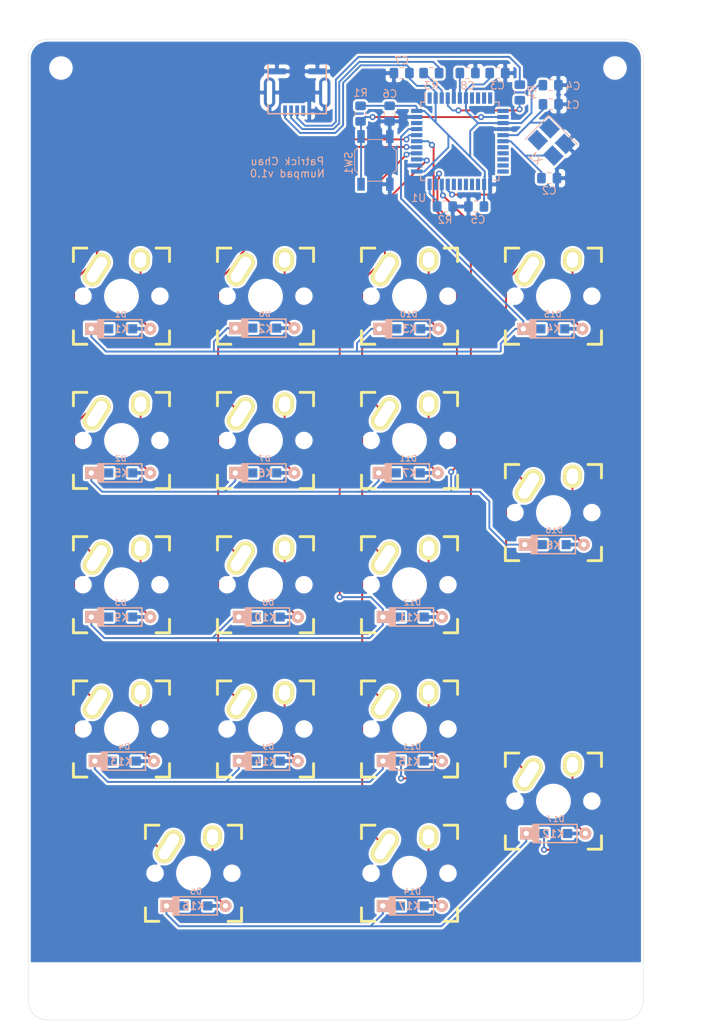
<source format=kicad_pcb>
(kicad_pcb (version 20171130) (host pcbnew "(5.1.5)-3")
  (layers (0 F.Cu signal) (31 B.Cu signal) (34 B.Paste user) (35 F.Paste user) (36 B.SilkS user) (37 F.SilkS user) (38 B.Mask user) (39 F.Mask user) (44 Edge.Cuts user))
  (net 0 "")
  (net 1 "Net-(C1-Pad1)")
  (net 2 "Net-(C2-Pad1)")
  (net 3 VCC)
  (net 4 "Net-(C8-Pad1)")
  (net 5 "Net-(D1-Pad2)")
  (net 6 /row0)
  (net 7 "Net-(D2-Pad2)")
  (net 8 /row1)
  (net 9 "Net-(D3-Pad2)")
  (net 10 /row2)
  (net 11 "Net-(D4-Pad2)")
  (net 12 /row3)
  (net 13 "Net-(D5-Pad2)")
  (net 14 /row4)
  (net 15 "Net-(D6-Pad2)")
  (net 16 "Net-(D7-Pad2)")
  (net 17 "Net-(D8-Pad2)")
  (net 18 "Net-(D9-Pad2)")
  (net 19 "Net-(D10-Pad2)")
  (net 20 "Net-(D11-Pad2)")
  (net 21 "Net-(D12-Pad2)")
  (net 22 "Net-(D13-Pad2)")
  (net 23 "Net-(D14-Pad2)")
  (net 24 "Net-(D15-Pad2)")
  (net 25 "Net-(D16-Pad2)")
  (net 26 "Net-(D17-Pad2)")
  (net 27 "Net-(J1-Pad2)")
  (net 28 "Net-(J1-Pad3)")
  (net 29 "Net-(J1-Pad4)")
  (net 30 /col0)
  (net 31 /col1)
  (net 32 /col2)
  (net 33 /col3)
  (net 34 "Net-(R1-Pad1)")
  (net 35 "Net-(R2-Pad2)")
  (net 36 "Net-(R3-Pad1)")
  (net 37 "Net-(R4-Pad1)")
  (net 38 "Net-(U1-Pad1)")
  (net 39 "Net-(U1-Pad8)")
  (net 40 "Net-(U1-Pad9)")
  (net 41 "Net-(U1-Pad10)")
  (net 42 "Net-(U1-Pad11)")
  (net 43 "Net-(U1-Pad12)")
  (net 44 "Net-(U1-Pad18)")
  (net 45 "Net-(U1-Pad19)")
  (net 46 "Net-(U1-Pad20)")
  (net 47 "Net-(U1-Pad21)")
  (net 48 "Net-(U1-Pad22)")
  (net 49 "Net-(U1-Pad25)")
  (net 50 "Net-(U1-Pad26)")
  (net 51 "Net-(U1-Pad27)")
  (net 52 "Net-(U1-Pad28)")
  (net 53 "Net-(U1-Pad29)")
  (net 54 "Net-(U1-Pad42)")
  (net 55 GND)
  (module keebs:Mx_Alps_100 (layer F.Cu) (at 168.45125 126.0352)
    (fp_text reference K12 (at 0 4.318) (layer B.SilkS) (effects (font (thickness 0.2)) (justify mirror)))
    (fp_text value KEYSW hide)
    (pad 2 thru_hole oval (at 2.52 -4.79 356.1) (size 2.5 3.08) (drill oval 1.5 2.08) (layers *.Cu *.Mask F.SilkS) (net 26 "Net-(D17-Pad2)"))
    (pad 1 thru_hole oval (at -3.255 -3.52 327.5) (size 2.5 4.75) (drill oval 1.5 3.75) (layers *.Cu *.Mask F.SilkS) (net 33 /col3))
    (pad "" np_thru_hole circle (at 5.08 0) (size 1.7018 1.7018) (drill 1.7018) (layers *.Cu *.Mask F.SilkS))
    (pad "" np_thru_hole circle (at -5.08 0) (size 1.7018 1.7018) (drill 1.7018) (layers *.Cu *.Mask F.SilkS))
    (pad "" np_thru_hole circle (at 0 0) (size 3.9878 3.9878) (drill 3.9878) (layers *.Cu *.Mask F.SilkS))
  )
  (module keebs:Mx_Alps_100 (layer F.Cu) (at 149.4375 135.5625)
    (fp_text reference K17 (at 0 4.318) (layer B.SilkS) (effects (font (thickness 0.2)) (justify mirror)))
    (fp_text value KEYSW hide)
    (pad 2 thru_hole oval (at 2.52 -4.79 356.1) (size 2.5 3.08) (drill oval 1.5 2.08) (layers *.Cu *.Mask F.SilkS) (net 23 "Net-(D14-Pad2)"))
    (pad 1 thru_hole oval (at -3.255 -3.52 327.5) (size 2.5 4.75) (drill oval 1.5 3.75) (layers *.Cu *.Mask F.SilkS) (net 32 /col2))
    (pad "" np_thru_hole circle (at 5.08 0) (size 1.7018 1.7018) (drill 1.7018) (layers *.Cu *.Mask F.SilkS))
    (pad "" np_thru_hole circle (at -5.08 0) (size 1.7018 1.7018) (drill 1.7018) (layers *.Cu *.Mask F.SilkS))
    (pad "" np_thru_hole circle (at 0 0) (size 3.9878 3.9878) (drill 3.9878) (layers *.Cu *.Mask F.SilkS))
  )
  (module keebs:Mx_Alps_100 (layer F.Cu) (at 120.8906 135.5625)
    (fp_text reference K16 (at 0 4.318) (layer B.SilkS) (effects (font (thickness 0.2)) (justify mirror)))
    (fp_text value KEYSW hide)
    (pad 2 thru_hole oval (at 2.52 -4.79 356.1) (size 2.5 3.08) (drill oval 1.5 2.08) (layers *.Cu *.Mask F.SilkS) (net 13 "Net-(D5-Pad2)"))
    (pad 1 thru_hole oval (at -3.255 -3.52 327.5) (size 2.5 4.75) (drill oval 1.5 3.75) (layers *.Cu *.Mask F.SilkS) (net 30 /col0))
    (pad "" np_thru_hole circle (at 5.08 0) (size 1.7018 1.7018) (drill 1.7018) (layers *.Cu *.Mask F.SilkS))
    (pad "" np_thru_hole circle (at -5.08 0) (size 1.7018 1.7018) (drill 1.7018) (layers *.Cu *.Mask F.SilkS))
    (pad "" np_thru_hole circle (at 0 0) (size 3.9878 3.9878) (drill 3.9878) (layers *.Cu *.Mask F.SilkS))
  )
  (module keebs:Mx_Alps_100 (layer F.Cu) (at 149.4375 116.507811)
    (fp_text reference K15 (at 0 4.318) (layer B.SilkS) (effects (font (thickness 0.2)) (justify mirror)))
    (fp_text value KEYSW hide)
    (pad 2 thru_hole oval (at 2.52 -4.79 356.1) (size 2.5 3.08) (drill oval 1.5 2.08) (layers *.Cu *.Mask F.SilkS) (net 22 "Net-(D13-Pad2)"))
    (pad 1 thru_hole oval (at -3.255 -3.52 327.5) (size 2.5 4.75) (drill oval 1.5 3.75) (layers *.Cu *.Mask F.SilkS) (net 32 /col2))
    (pad "" np_thru_hole circle (at 5.08 0) (size 1.7018 1.7018) (drill 1.7018) (layers *.Cu *.Mask F.SilkS))
    (pad "" np_thru_hole circle (at -5.08 0) (size 1.7018 1.7018) (drill 1.7018) (layers *.Cu *.Mask F.SilkS))
    (pad "" np_thru_hole circle (at 0 0) (size 3.9878 3.9878) (drill 3.9878) (layers *.Cu *.Mask F.SilkS))
  )
  (module keebs:Mx_Alps_100 (layer F.Cu) (at 130.40625 116.507811)
    (fp_text reference K14 (at 0 4.318) (layer B.SilkS) (effects (font (thickness 0.2)) (justify mirror)))
    (fp_text value KEYSW hide)
    (pad 2 thru_hole oval (at 2.52 -4.79 356.1) (size 2.5 3.08) (drill oval 1.5 2.08) (layers *.Cu *.Mask F.SilkS) (net 18 "Net-(D9-Pad2)"))
    (pad 1 thru_hole oval (at -3.255 -3.52 327.5) (size 2.5 4.75) (drill oval 1.5 3.75) (layers *.Cu *.Mask F.SilkS) (net 31 /col1))
    (pad "" np_thru_hole circle (at 5.08 0) (size 1.7018 1.7018) (drill 1.7018) (layers *.Cu *.Mask F.SilkS))
    (pad "" np_thru_hole circle (at -5.08 0) (size 1.7018 1.7018) (drill 1.7018) (layers *.Cu *.Mask F.SilkS))
    (pad "" np_thru_hole circle (at 0 0) (size 3.9878 3.9878) (drill 3.9878) (layers *.Cu *.Mask F.SilkS))
  )
  (module keebs:Mx_Alps_100 (layer F.Cu) (at 111.375 116.507811)
    (fp_text reference K13 (at 0 4.318) (layer B.SilkS) (effects (font (thickness 0.2)) (justify mirror)))
    (fp_text value KEYSW hide)
    (pad 2 thru_hole oval (at 2.52 -4.79 356.1) (size 2.5 3.08) (drill oval 1.5 2.08) (layers *.Cu *.Mask F.SilkS) (net 11 "Net-(D4-Pad2)"))
    (pad 1 thru_hole oval (at -3.255 -3.52 327.5) (size 2.5 4.75) (drill oval 1.5 3.75) (layers *.Cu *.Mask F.SilkS) (net 30 /col0))
    (pad "" np_thru_hole circle (at 5.08 0) (size 1.7018 1.7018) (drill 1.7018) (layers *.Cu *.Mask F.SilkS))
    (pad "" np_thru_hole circle (at -5.08 0) (size 1.7018 1.7018) (drill 1.7018) (layers *.Cu *.Mask F.SilkS))
    (pad "" np_thru_hole circle (at 0 0) (size 3.9878 3.9878) (drill 3.9878) (layers *.Cu *.Mask F.SilkS))
  )
  (module keebs:Mx_Alps_100 (layer F.Cu) (at 149.4375 97.453124)
    (fp_text reference K11 (at 0 4.318) (layer B.SilkS) (effects (font (thickness 0.2)) (justify mirror)))
    (fp_text value KEYSW hide)
    (pad 2 thru_hole oval (at 2.52 -4.79 356.1) (size 2.5 3.08) (drill oval 1.5 2.08) (layers *.Cu *.Mask F.SilkS) (net 21 "Net-(D12-Pad2)"))
    (pad 1 thru_hole oval (at -3.255 -3.52 327.5) (size 2.5 4.75) (drill oval 1.5 3.75) (layers *.Cu *.Mask F.SilkS) (net 32 /col2))
    (pad "" np_thru_hole circle (at 5.08 0) (size 1.7018 1.7018) (drill 1.7018) (layers *.Cu *.Mask F.SilkS))
    (pad "" np_thru_hole circle (at -5.08 0) (size 1.7018 1.7018) (drill 1.7018) (layers *.Cu *.Mask F.SilkS))
    (pad "" np_thru_hole circle (at 0 0) (size 3.9878 3.9878) (drill 3.9878) (layers *.Cu *.Mask F.SilkS))
  )
  (module keebs:Mx_Alps_100 (layer F.Cu) (at 130.40625 97.453124)
    (fp_text reference K10 (at 0 4.318) (layer B.SilkS) (effects (font (thickness 0.2)) (justify mirror)))
    (fp_text value KEYSW hide)
    (pad 2 thru_hole oval (at 2.52 -4.79 356.1) (size 2.5 3.08) (drill oval 1.5 2.08) (layers *.Cu *.Mask F.SilkS) (net 17 "Net-(D8-Pad2)"))
    (pad 1 thru_hole oval (at -3.255 -3.52 327.5) (size 2.5 4.75) (drill oval 1.5 3.75) (layers *.Cu *.Mask F.SilkS) (net 31 /col1))
    (pad "" np_thru_hole circle (at 5.08 0) (size 1.7018 1.7018) (drill 1.7018) (layers *.Cu *.Mask F.SilkS))
    (pad "" np_thru_hole circle (at -5.08 0) (size 1.7018 1.7018) (drill 1.7018) (layers *.Cu *.Mask F.SilkS))
    (pad "" np_thru_hole circle (at 0 0) (size 3.9878 3.9878) (drill 3.9878) (layers *.Cu *.Mask F.SilkS))
  )
  (module keebs:Mx_Alps_100 (layer F.Cu) (at 111.375 97.453124)
    (fp_text reference K9 (at 0 4.318) (layer B.SilkS) (effects (font (thickness 0.2)) (justify mirror)))
    (fp_text value KEYSW hide)
    (pad 2 thru_hole oval (at 2.52 -4.79 356.1) (size 2.5 3.08) (drill oval 1.5 2.08) (layers *.Cu *.Mask F.SilkS) (net 9 "Net-(D3-Pad2)"))
    (pad 1 thru_hole oval (at -3.255 -3.52 327.5) (size 2.5 4.75) (drill oval 1.5 3.75) (layers *.Cu *.Mask F.SilkS) (net 30 /col0))
    (pad "" np_thru_hole circle (at 5.08 0) (size 1.7018 1.7018) (drill 1.7018) (layers *.Cu *.Mask F.SilkS))
    (pad "" np_thru_hole circle (at -5.08 0) (size 1.7018 1.7018) (drill 1.7018) (layers *.Cu *.Mask F.SilkS))
    (pad "" np_thru_hole circle (at 0 0) (size 3.9878 3.9878) (drill 3.9878) (layers *.Cu *.Mask F.SilkS))
  )
  (module keebs:Mx_Alps_100 (layer F.Cu) (at 168.45125 87.9258)
    (fp_text reference K8 (at 0 4.318) (layer B.SilkS) (effects (font (thickness 0.2)) (justify mirror)))
    (fp_text value KEYSW hide)
    (pad 2 thru_hole oval (at 2.52 -4.79 356.1) (size 2.5 3.08) (drill oval 1.5 2.08) (layers *.Cu *.Mask F.SilkS) (net 25 "Net-(D16-Pad2)"))
    (pad 1 thru_hole oval (at -3.255 -3.52 327.5) (size 2.5 4.75) (drill oval 1.5 3.75) (layers *.Cu *.Mask F.SilkS) (net 33 /col3))
    (pad "" np_thru_hole circle (at 5.08 0) (size 1.7018 1.7018) (drill 1.7018) (layers *.Cu *.Mask F.SilkS))
    (pad "" np_thru_hole circle (at -5.08 0) (size 1.7018 1.7018) (drill 1.7018) (layers *.Cu *.Mask F.SilkS))
    (pad "" np_thru_hole circle (at 0 0) (size 3.9878 3.9878) (drill 3.9878) (layers *.Cu *.Mask F.SilkS))
  )
  (module keebs:Mx_Alps_100 (layer F.Cu) (at 149.4375 78.398437)
    (fp_text reference K7 (at 0 4.318) (layer B.SilkS) (effects (font (thickness 0.2)) (justify mirror)))
    (fp_text value KEYSW hide)
    (pad 2 thru_hole oval (at 2.52 -4.79 356.1) (size 2.5 3.08) (drill oval 1.5 2.08) (layers *.Cu *.Mask F.SilkS) (net 20 "Net-(D11-Pad2)"))
    (pad 1 thru_hole oval (at -3.255 -3.52 327.5) (size 2.5 4.75) (drill oval 1.5 3.75) (layers *.Cu *.Mask F.SilkS) (net 32 /col2))
    (pad "" np_thru_hole circle (at 5.08 0) (size 1.7018 1.7018) (drill 1.7018) (layers *.Cu *.Mask F.SilkS))
    (pad "" np_thru_hole circle (at -5.08 0) (size 1.7018 1.7018) (drill 1.7018) (layers *.Cu *.Mask F.SilkS))
    (pad "" np_thru_hole circle (at 0 0) (size 3.9878 3.9878) (drill 3.9878) (layers *.Cu *.Mask F.SilkS))
  )
  (module keebs:Mx_Alps_100 (layer F.Cu) (at 130.40625 78.398437)
    (fp_text reference K6 (at 0 4.318) (layer B.SilkS) (effects (font (thickness 0.2)) (justify mirror)))
    (fp_text value KEYSW hide)
    (pad 2 thru_hole oval (at 2.52 -4.79 356.1) (size 2.5 3.08) (drill oval 1.5 2.08) (layers *.Cu *.Mask F.SilkS) (net 16 "Net-(D7-Pad2)"))
    (pad 1 thru_hole oval (at -3.255 -3.52 327.5) (size 2.5 4.75) (drill oval 1.5 3.75) (layers *.Cu *.Mask F.SilkS) (net 31 /col1))
    (pad "" np_thru_hole circle (at 5.08 0) (size 1.7018 1.7018) (drill 1.7018) (layers *.Cu *.Mask F.SilkS))
    (pad "" np_thru_hole circle (at -5.08 0) (size 1.7018 1.7018) (drill 1.7018) (layers *.Cu *.Mask F.SilkS))
    (pad "" np_thru_hole circle (at 0 0) (size 3.9878 3.9878) (drill 3.9878) (layers *.Cu *.Mask F.SilkS))
  )
  (module keebs:Mx_Alps_100 (layer F.Cu) (at 111.375 78.398437)
    (fp_text reference K5 (at 0 4.318) (layer B.SilkS) (effects (font (thickness 0.2)) (justify mirror)))
    (fp_text value KEYSW hide)
    (pad 2 thru_hole oval (at 2.52 -4.79 356.1) (size 2.5 3.08) (drill oval 1.5 2.08) (layers *.Cu *.Mask F.SilkS) (net 7 "Net-(D2-Pad2)"))
    (pad 1 thru_hole oval (at -3.255 -3.52 327.5) (size 2.5 4.75) (drill oval 1.5 3.75) (layers *.Cu *.Mask F.SilkS) (net 30 /col0))
    (pad "" np_thru_hole circle (at 5.08 0) (size 1.7018 1.7018) (drill 1.7018) (layers *.Cu *.Mask F.SilkS))
    (pad "" np_thru_hole circle (at -5.08 0) (size 1.7018 1.7018) (drill 1.7018) (layers *.Cu *.Mask F.SilkS))
    (pad "" np_thru_hole circle (at 0 0) (size 3.9878 3.9878) (drill 3.9878) (layers *.Cu *.Mask F.SilkS))
  )
  (module keebs:Mx_Alps_100 (layer F.Cu) (at 168.45125 59.34375)
    (fp_text reference K4 (at 0 4.318) (layer B.SilkS) (effects (font (thickness 0.2)) (justify mirror)))
    (fp_text value KEYSW hide)
    (pad 2 thru_hole oval (at 2.52 -4.79 356.1) (size 2.5 3.08) (drill oval 1.5 2.08) (layers *.Cu *.Mask F.SilkS) (net 24 "Net-(D15-Pad2)"))
    (pad 1 thru_hole oval (at -3.255 -3.52 327.5) (size 2.5 4.75) (drill oval 1.5 3.75) (layers *.Cu *.Mask F.SilkS) (net 33 /col3))
    (pad "" np_thru_hole circle (at 5.08 0) (size 1.7018 1.7018) (drill 1.7018) (layers *.Cu *.Mask F.SilkS))
    (pad "" np_thru_hole circle (at -5.08 0) (size 1.7018 1.7018) (drill 1.7018) (layers *.Cu *.Mask F.SilkS))
    (pad "" np_thru_hole circle (at 0 0) (size 3.9878 3.9878) (drill 3.9878) (layers *.Cu *.Mask F.SilkS))
  )
  (module keebs:Mx_Alps_100 (layer F.Cu) (at 149.4375 59.34375)
    (fp_text reference K3 (at 0 4.318) (layer B.SilkS) (effects (font (thickness 0.2)) (justify mirror)))
    (fp_text value KEYSW hide)
    (pad 2 thru_hole oval (at 2.52 -4.79 356.1) (size 2.5 3.08) (drill oval 1.5 2.08) (layers *.Cu *.Mask F.SilkS) (net 19 "Net-(D10-Pad2)"))
    (pad 1 thru_hole oval (at -3.255 -3.52 327.5) (size 2.5 4.75) (drill oval 1.5 3.75) (layers *.Cu *.Mask F.SilkS) (net 32 /col2))
    (pad "" np_thru_hole circle (at 5.08 0) (size 1.7018 1.7018) (drill 1.7018) (layers *.Cu *.Mask F.SilkS))
    (pad "" np_thru_hole circle (at -5.08 0) (size 1.7018 1.7018) (drill 1.7018) (layers *.Cu *.Mask F.SilkS))
    (pad "" np_thru_hole circle (at 0 0) (size 3.9878 3.9878) (drill 3.9878) (layers *.Cu *.Mask F.SilkS))
  )
  (module keebs:Mx_Alps_100 (layer F.Cu) (at 111.375 59.34375)
    (fp_text reference K1 (at 0 4.318) (layer B.SilkS) (effects (font (thickness 0.2)) (justify mirror)))
    (fp_text value KEYSW hide)
    (pad 2 thru_hole oval (at 2.52 -4.79 356.1) (size 2.5 3.08) (drill oval 1.5 2.08) (layers *.Cu *.Mask F.SilkS) (net 5 "Net-(D1-Pad2)"))
    (pad 1 thru_hole oval (at -3.255 -3.52 327.5) (size 2.5 4.75) (drill oval 1.5 3.75) (layers *.Cu *.Mask F.SilkS) (net 30 /col0))
    (pad "" np_thru_hole circle (at 5.08 0) (size 1.7018 1.7018) (drill 1.7018) (layers *.Cu *.Mask F.SilkS))
    (pad "" np_thru_hole circle (at -5.08 0) (size 1.7018 1.7018) (drill 1.7018) (layers *.Cu *.Mask F.SilkS))
    (pad "" np_thru_hole circle (at 0 0) (size 3.9878 3.9878) (drill 3.9878) (layers *.Cu *.Mask F.SilkS))
  )
  (module keebs:Mx_Alps_100 (layer F.Cu) (at 130.40625 59.34375)
    (fp_text reference K2 (at 0 4.318) (layer B.SilkS) (effects (font (thickness 0.2)) (justify mirror)))
    (fp_text value KEYSW hide)
    (pad 2 thru_hole oval (at 2.52 -4.79 356.1) (size 2.5 3.08) (drill oval 1.5 2.08) (layers *.Cu *.Mask F.SilkS) (net 15 "Net-(D6-Pad2)"))
    (pad 1 thru_hole oval (at -3.255 -3.52 327.5) (size 2.5 4.75) (drill oval 1.5 3.75) (layers *.Cu *.Mask F.SilkS) (net 31 /col1))
    (pad HOLE np_thru_hole circle (at 5.08 0) (size 1.7018 1.7018) (drill 1.7018) (layers *.Cu))
    (pad HOLE np_thru_hole circle (at -5.08 0) (size 1.7018 1.7018) (drill 1.7018) (layers *.Cu))
    (pad "" np_thru_hole circle (at 0 0) (size 3.9878 3.9878) (drill 3.9878) (layers *.Cu *.Mask F.SilkS))
  )
  (module MountingHole:MountingHole_2.5mm (layer F.Cu) (at 176.59 151.13)
    (fp_text reference REF** hide)
    (fp_text value MountingHole_2.5mm)
    (pad 1 np_thru_hole circle (at 0 0) (size 2.5 2.5) (drill 2.5) (layers *.Cu *.Mask))
  )
  (module MountingHole:MountingHole_2.5mm (layer F.Cu) (at 103.505 151.13)
    (fp_text reference REF** hide)
    (fp_text value MountingHole_2.5mm)
    (pad "" np_thru_hole circle (at 0 0) (size 2.5 2.5) (drill 2.5) (layers *.Cu *.Mask))
  )
  (module MountingHole:MountingHole_2.5mm (layer F.Cu) (at 176.59 29.21)
    (fp_text reference REF** hide)
    (fp_text value MountingHole_2.5mm)
    (pad 1 np_thru_hole circle (at 0 0) (size 2.5 2.5) (drill 2.5) (layers *.Cu *.Mask))
  )
  (module MountingHole:MountingHole_2.5mm (layer F.Cu) (at 103.378 29.21)
    (fp_text reference REF** hide)
    (fp_text value MountingHole_2.5mm)
    (pad 1 np_thru_hole circle (at 0 0) (size 2.5 2.5) (drill 2.5) (layers *.Cu *.Mask))
  )
  (module keyboard_parts:D_SOD123_axial (layer B.Cu) (at 121.21875 139.875)
    (fp_text reference D5 (at 0 -1.925) (layer B.SilkS) (effects (font (size 0.8 0.8)) (justify mirror)))
    (fp_text value D hide)
    (pad 2 smd rect (at 1.575 0) (size 1.2 1.2) (layers B.Cu B.Paste B.Mask) (net 13 "Net-(D5-Pad2)"))
    (pad 1 smd rect (at -1.575 0) (size 1.2 1.2) (layers B.Cu B.Paste B.Mask) (net 14 /row4))
    (pad 1 thru_hole rect (at -3.9 0) (size 1.6 1.6) (drill 0.7) (layers *.Cu *.Mask B.SilkS) (net 14 /row4))
    (pad 2 thru_hole circle (at 3.9 0) (size 1.6 1.6) (drill 0.7) (layers *.Cu *.Mask B.SilkS) (net 13 "Net-(D5-Pad2)"))
    (pad 1 smd rect (at -2.7 0) (size 2.5 0.5) (layers B.Cu) (net 14 /row4))
    (pad 2 smd rect (at 2.7 0) (size 2.5 0.5) (layers B.Cu) (net 13 "Net-(D5-Pad2)"))
  )
  (module Capacitor_SMD:C_0805_2012Metric_Pad1.15x1.40mm_HandSolder (layer B.Cu) (at 168.0975 34.00375)
    (fp_text reference C1 (at 2.8425 0.06625) (layer B.SilkS) (effects (justify mirror)))
    (fp_text value 22p)
    (pad 2 smd roundrect (at 1.025 0) (size 1.15 1.4) (layers B.Cu B.Paste B.Mask) (roundrect_rratio 0.217391) (net 55 GND))
    (pad 1 smd roundrect (at -1.025 0) (size 1.15 1.4) (layers B.Cu B.Paste B.Mask) (roundrect_rratio 0.217391) (net 1 "Net-(C1-Pad1)"))
  )
  (module Capacitor_SMD:C_0805_2012Metric_Pad1.15x1.40mm_HandSolder (layer B.Cu) (at 167.8975 43.75375)
    (fp_text reference C2 (at 0 1.65) (layer B.SilkS) (effects (justify mirror)))
    (fp_text value 22p)
    (pad 1 smd roundrect (at -1.025 0) (size 1.15 1.4) (layers B.Cu B.Paste B.Mask) (roundrect_rratio 0.217391) (net 2 "Net-(C2-Pad1)"))
    (pad 2 smd roundrect (at 1.025 0) (size 1.15 1.4) (layers B.Cu B.Paste B.Mask) (roundrect_rratio 0.217391) (net 55 GND))
  )
  (module Capacitor_SMD:C_0805_2012Metric_Pad1.15x1.40mm_HandSolder (layer B.Cu) (at 161.06 29.87875)
    (fp_text reference C3 (at 0 1.65) (layer B.SilkS) (effects (justify mirror)))
    (fp_text value 0.1u)
    (pad 1 smd roundrect (at -1.025 0) (size 1.15 1.4) (layers B.Cu B.Paste B.Mask) (roundrect_rratio 0.217391) (net 3 VCC))
    (pad 2 smd roundrect (at 1.025 0) (size 1.15 1.4) (layers B.Cu B.Paste B.Mask) (roundrect_rratio 0.217391) (net 55 GND))
  )
  (module Capacitor_SMD:C_0805_2012Metric_Pad1.15x1.40mm_HandSolder (layer B.Cu) (at 168.085 31.4725)
    (fp_text reference C4 (at 2.955 0.1175) (layer B.SilkS) (effects (justify mirror)))
    (fp_text value 0.1u)
    (pad 2 smd roundrect (at 1.025 0) (size 1.15 1.4) (layers B.Cu B.Paste B.Mask) (roundrect_rratio 0.217391) (net 55 GND))
    (pad 1 smd roundrect (at -1.025 0) (size 1.15 1.4) (layers B.Cu B.Paste B.Mask) (roundrect_rratio 0.217391) (net 3 VCC))
  )
  (module Capacitor_SMD:C_0805_2012Metric_Pad1.15x1.40mm_HandSolder (layer B.Cu) (at 158.2475 47.50375 180)
    (fp_text reference C5 (at -0.2425 -1.73625) (layer B.SilkS) (effects (justify mirror)))
    (fp_text value 0.1u)
    (pad 1 smd roundrect (at -1.025 0 180) (size 1.15 1.4) (layers B.Cu B.Paste B.Mask) (roundrect_rratio 0.217391) (net 3 VCC))
    (pad 2 smd roundrect (at 1.025 0 180) (size 1.15 1.4) (layers B.Cu B.Paste B.Mask) (roundrect_rratio 0.217391) (net 55 GND))
  )
  (module Capacitor_SMD:C_0805_2012Metric_Pad1.15x1.40mm_HandSolder (layer B.Cu) (at 146.81 35.22875 270)
    (fp_text reference C6 (at -2.60875 -0.03 180) (layer B.SilkS) (effects (justify mirror)))
    (fp_text value 0.1u)
    (pad 2 smd roundrect (at 1.025 0 270) (size 1.15 1.4) (layers B.Cu B.Paste B.Mask) (roundrect_rratio 0.217391) (net 55 GND))
    (pad 1 smd roundrect (at -1.025 0 270) (size 1.15 1.4) (layers B.Cu B.Paste B.Mask) (roundrect_rratio 0.217391) (net 3 VCC))
  )
  (module Capacitor_SMD:C_0805_2012Metric_Pad1.15x1.40mm_HandSolder (layer B.Cu) (at 148.3975 29.87875 180)
    (fp_text reference C7 (at 0 1.65) (layer B.SilkS) (effects (justify mirror)))
    (fp_text value 4.7u)
    (pad 1 smd roundrect (at -1.025 0 180) (size 1.15 1.4) (layers B.Cu B.Paste B.Mask) (roundrect_rratio 0.217391) (net 3 VCC))
    (pad 2 smd roundrect (at 1.025 0 180) (size 1.15 1.4) (layers B.Cu B.Paste B.Mask) (roundrect_rratio 0.217391) (net 55 GND))
  )
  (module Capacitor_SMD:C_0805_2012Metric_Pad1.15x1.40mm_HandSolder (layer B.Cu) (at 157.11625 29.87875)
    (fp_text reference C8 (at 0 1.65) (layer B.SilkS) (effects (justify mirror)))
    (fp_text value 1u)
    (pad 2 smd roundrect (at 1.025 0) (size 1.15 1.4) (layers B.Cu B.Paste B.Mask) (roundrect_rratio 0.217391) (net 55 GND))
    (pad 1 smd roundrect (at -1.025 0) (size 1.15 1.4) (layers B.Cu B.Paste B.Mask) (roundrect_rratio 0.217391) (net 4 "Net-(C8-Pad1)"))
  )
  (module keyboard_parts:D_SOD123_axial (layer B.Cu) (at 111.28125 63.65625)
    (fp_text reference D1 (at 0 -1.925) (layer B.SilkS) (effects (font (size 0.8 0.8)) (justify mirror)))
    (fp_text value D hide)
    (pad 2 smd rect (at 2.7 0) (size 2.5 0.5) (layers B.Cu) (net 5 "Net-(D1-Pad2)"))
    (pad 1 smd rect (at -2.7 0) (size 2.5 0.5) (layers B.Cu) (net 6 /row0))
    (pad 2 thru_hole circle (at 3.9 0) (size 1.6 1.6) (drill 0.7) (layers *.Cu *.Mask B.SilkS) (net 5 "Net-(D1-Pad2)"))
    (pad 1 thru_hole rect (at -3.9 0) (size 1.6 1.6) (drill 0.7) (layers *.Cu *.Mask B.SilkS) (net 6 /row0))
    (pad 1 smd rect (at -1.575 0) (size 1.2 1.2) (layers B.Cu B.Paste B.Mask) (net 6 /row0))
    (pad 2 smd rect (at 1.575 0) (size 1.2 1.2) (layers B.Cu B.Paste B.Mask) (net 5 "Net-(D1-Pad2)"))
  )
  (module keyboard_parts:D_SOD123_axial (layer B.Cu) (at 111.28125 82.6875)
    (fp_text reference D2 (at 0 -1.925) (layer B.SilkS) (effects (font (size 0.8 0.8)) (justify mirror)))
    (fp_text value D hide)
    (pad 2 smd rect (at 1.575 0) (size 1.2 1.2) (layers B.Cu B.Paste B.Mask) (net 7 "Net-(D2-Pad2)"))
    (pad 1 smd rect (at -1.575 0) (size 1.2 1.2) (layers B.Cu B.Paste B.Mask) (net 8 /row1))
    (pad 1 thru_hole rect (at -3.9 0) (size 1.6 1.6) (drill 0.7) (layers *.Cu *.Mask B.SilkS) (net 8 /row1))
    (pad 2 thru_hole circle (at 3.9 0) (size 1.6 1.6) (drill 0.7) (layers *.Cu *.Mask B.SilkS) (net 7 "Net-(D2-Pad2)"))
    (pad 1 smd rect (at -2.7 0) (size 2.5 0.5) (layers B.Cu) (net 8 /row1))
    (pad 2 smd rect (at 2.7 0) (size 2.5 0.5) (layers B.Cu) (net 7 "Net-(D2-Pad2)"))
  )
  (module keyboard_parts:D_SOD123_axial (layer B.Cu) (at 111.28125 101.71875)
    (fp_text reference D3 (at 0 -1.925) (layer B.SilkS) (effects (font (size 0.8 0.8)) (justify mirror)))
    (fp_text value D hide)
    (pad 2 smd rect (at 2.7 0) (size 2.5 0.5) (layers B.Cu) (net 9 "Net-(D3-Pad2)"))
    (pad 1 smd rect (at -2.7 0) (size 2.5 0.5) (layers B.Cu) (net 10 /row2))
    (pad 2 thru_hole circle (at 3.9 0) (size 1.6 1.6) (drill 0.7) (layers *.Cu *.Mask B.SilkS) (net 9 "Net-(D3-Pad2)"))
    (pad 1 thru_hole rect (at -3.9 0) (size 1.6 1.6) (drill 0.7) (layers *.Cu *.Mask B.SilkS) (net 10 /row2))
    (pad 1 smd rect (at -1.575 0) (size 1.2 1.2) (layers B.Cu B.Paste B.Mask) (net 10 /row2))
    (pad 2 smd rect (at 1.575 0) (size 1.2 1.2) (layers B.Cu B.Paste B.Mask) (net 9 "Net-(D3-Pad2)"))
  )
  (module keyboard_parts:D_SOD123_axial (layer B.Cu) (at 111.75 120.75)
    (fp_text reference D4 (at 0 -1.925) (layer B.SilkS) (effects (font (size 0.8 0.8)) (justify mirror)))
    (fp_text value D hide)
    (pad 2 smd rect (at 1.575 0) (size 1.2 1.2) (layers B.Cu B.Paste B.Mask) (net 11 "Net-(D4-Pad2)"))
    (pad 1 smd rect (at -1.575 0) (size 1.2 1.2) (layers B.Cu B.Paste B.Mask) (net 12 /row3))
    (pad 1 thru_hole rect (at -3.9 0) (size 1.6 1.6) (drill 0.7) (layers *.Cu *.Mask B.SilkS) (net 12 /row3))
    (pad 2 thru_hole circle (at 3.9 0) (size 1.6 1.6) (drill 0.7) (layers *.Cu *.Mask B.SilkS) (net 11 "Net-(D4-Pad2)"))
    (pad 1 smd rect (at -2.7 0) (size 2.5 0.5) (layers B.Cu) (net 12 /row3))
    (pad 2 smd rect (at 2.7 0) (size 2.5 0.5) (layers B.Cu) (net 11 "Net-(D4-Pad2)"))
  )
  (module keyboard_parts:D_SOD123_axial (layer B.Cu) (at 130.3125 63.5625)
    (fp_text reference D6 (at 0 -1.925) (layer B.SilkS) (effects (font (size 0.8 0.8)) (justify mirror)))
    (fp_text value D hide)
    (pad 2 smd rect (at 1.575 0) (size 1.2 1.2) (layers B.Cu B.Paste B.Mask) (net 15 "Net-(D6-Pad2)"))
    (pad 1 smd rect (at -1.575 0) (size 1.2 1.2) (layers B.Cu B.Paste B.Mask) (net 6 /row0))
    (pad 1 thru_hole rect (at -3.9 0) (size 1.6 1.6) (drill 0.7) (layers *.Cu *.Mask B.SilkS) (net 6 /row0))
    (pad 2 thru_hole circle (at 3.9 0) (size 1.6 1.6) (drill 0.7) (layers *.Cu *.Mask B.SilkS) (net 15 "Net-(D6-Pad2)"))
    (pad 1 smd rect (at -2.7 0) (size 2.5 0.5) (layers B.Cu) (net 6 /row0))
    (pad 2 smd rect (at 2.7 0) (size 2.5 0.5) (layers B.Cu) (net 15 "Net-(D6-Pad2)"))
  )
  (module keyboard_parts:D_SOD123_axial (layer B.Cu) (at 130.3125 82.6875)
    (fp_text reference D7 (at 0 -1.925) (layer B.SilkS) (effects (font (size 0.8 0.8)) (justify mirror)))
    (fp_text value D hide)
    (pad 2 smd rect (at 2.7 0) (size 2.5 0.5) (layers B.Cu) (net 16 "Net-(D7-Pad2)"))
    (pad 1 smd rect (at -2.7 0) (size 2.5 0.5) (layers B.Cu) (net 8 /row1))
    (pad 2 thru_hole circle (at 3.9 0) (size 1.6 1.6) (drill 0.7) (layers *.Cu *.Mask B.SilkS) (net 16 "Net-(D7-Pad2)"))
    (pad 1 thru_hole rect (at -3.9 0) (size 1.6 1.6) (drill 0.7) (layers *.Cu *.Mask B.SilkS) (net 8 /row1))
    (pad 1 smd rect (at -1.575 0) (size 1.2 1.2) (layers B.Cu B.Paste B.Mask) (net 8 /row1))
    (pad 2 smd rect (at 1.575 0) (size 1.2 1.2) (layers B.Cu B.Paste B.Mask) (net 16 "Net-(D7-Pad2)"))
  )
  (module keyboard_parts:D_SOD123_axial (layer B.Cu) (at 130.78125 101.71875)
    (fp_text reference D8 (at 0 -1.925) (layer B.SilkS) (effects (font (size 0.8 0.8)) (justify mirror)))
    (fp_text value D hide)
    (pad 2 smd rect (at 1.575 0) (size 1.2 1.2) (layers B.Cu B.Paste B.Mask) (net 17 "Net-(D8-Pad2)"))
    (pad 1 smd rect (at -1.575 0) (size 1.2 1.2) (layers B.Cu B.Paste B.Mask) (net 10 /row2))
    (pad 1 thru_hole rect (at -3.9 0) (size 1.6 1.6) (drill 0.7) (layers *.Cu *.Mask B.SilkS) (net 10 /row2))
    (pad 2 thru_hole circle (at 3.9 0) (size 1.6 1.6) (drill 0.7) (layers *.Cu *.Mask B.SilkS) (net 17 "Net-(D8-Pad2)"))
    (pad 1 smd rect (at -2.7 0) (size 2.5 0.5) (layers B.Cu) (net 10 /row2))
    (pad 2 smd rect (at 2.7 0) (size 2.5 0.5) (layers B.Cu) (net 17 "Net-(D8-Pad2)"))
  )
  (module keyboard_parts:D_SOD123_axial (layer B.Cu) (at 130.78125 120.75)
    (fp_text reference D9 (at 0 -1.925) (layer B.SilkS) (effects (font (size 0.8 0.8)) (justify mirror)))
    (fp_text value D hide)
    (pad 2 smd rect (at 2.7 0) (size 2.5 0.5) (layers B.Cu) (net 18 "Net-(D9-Pad2)"))
    (pad 1 smd rect (at -2.7 0) (size 2.5 0.5) (layers B.Cu) (net 12 /row3))
    (pad 2 thru_hole circle (at 3.9 0) (size 1.6 1.6) (drill 0.7) (layers *.Cu *.Mask B.SilkS) (net 18 "Net-(D9-Pad2)"))
    (pad 1 thru_hole rect (at -3.9 0) (size 1.6 1.6) (drill 0.7) (layers *.Cu *.Mask B.SilkS) (net 12 /row3))
    (pad 1 smd rect (at -1.575 0) (size 1.2 1.2) (layers B.Cu B.Paste B.Mask) (net 12 /row3))
    (pad 2 smd rect (at 1.575 0) (size 1.2 1.2) (layers B.Cu B.Paste B.Mask) (net 18 "Net-(D9-Pad2)"))
  )
  (module keyboard_parts:D_SOD123_axial (layer B.Cu) (at 149.34375 63.65625)
    (fp_text reference D10 (at 0 -1.925) (layer B.SilkS) (effects (font (size 0.8 0.8)) (justify mirror)))
    (fp_text value D hide)
    (pad 2 smd rect (at 2.7 0) (size 2.5 0.5) (layers B.Cu) (net 19 "Net-(D10-Pad2)"))
    (pad 1 smd rect (at -2.7 0) (size 2.5 0.5) (layers B.Cu) (net 6 /row0))
    (pad 2 thru_hole circle (at 3.9 0) (size 1.6 1.6) (drill 0.7) (layers *.Cu *.Mask B.SilkS) (net 19 "Net-(D10-Pad2)"))
    (pad 1 thru_hole rect (at -3.9 0) (size 1.6 1.6) (drill 0.7) (layers *.Cu *.Mask B.SilkS) (net 6 /row0))
    (pad 1 smd rect (at -1.575 0) (size 1.2 1.2) (layers B.Cu B.Paste B.Mask) (net 6 /row0))
    (pad 2 smd rect (at 1.575 0) (size 1.2 1.2) (layers B.Cu B.Paste B.Mask) (net 19 "Net-(D10-Pad2)"))
  )
  (module keyboard_parts:D_SOD123_axial (layer B.Cu) (at 149.26875 82.6875)
    (fp_text reference D11 (at 0 -1.925) (layer B.SilkS) (effects (font (size 0.8 0.8)) (justify mirror)))
    (fp_text value D hide)
    (pad 2 smd rect (at 1.575 0) (size 1.2 1.2) (layers B.Cu B.Paste B.Mask) (net 20 "Net-(D11-Pad2)"))
    (pad 1 smd rect (at -1.575 0) (size 1.2 1.2) (layers B.Cu B.Paste B.Mask) (net 8 /row1))
    (pad 1 thru_hole rect (at -3.9 0) (size 1.6 1.6) (drill 0.7) (layers *.Cu *.Mask B.SilkS) (net 8 /row1))
    (pad 2 thru_hole circle (at 3.9 0) (size 1.6 1.6) (drill 0.7) (layers *.Cu *.Mask B.SilkS) (net 20 "Net-(D11-Pad2)"))
    (pad 1 smd rect (at -2.7 0) (size 2.5 0.5) (layers B.Cu) (net 8 /row1))
    (pad 2 smd rect (at 2.7 0) (size 2.5 0.5) (layers B.Cu) (net 20 "Net-(D11-Pad2)"))
  )
  (module keyboard_parts:D_SOD123_axial (layer B.Cu) (at 149.8125 101.71875)
    (fp_text reference D12 (at 0 -1.925) (layer B.SilkS) (effects (font (size 0.8 0.8)) (justify mirror)))
    (fp_text value D hide)
    (pad 2 smd rect (at 1.575 0) (size 1.2 1.2) (layers B.Cu B.Paste B.Mask) (net 21 "Net-(D12-Pad2)"))
    (pad 1 smd rect (at -1.575 0) (size 1.2 1.2) (layers B.Cu B.Paste B.Mask) (net 10 /row2))
    (pad 1 thru_hole rect (at -3.9 0) (size 1.6 1.6) (drill 0.7) (layers *.Cu *.Mask B.SilkS) (net 10 /row2))
    (pad 2 thru_hole circle (at 3.9 0) (size 1.6 1.6) (drill 0.7) (layers *.Cu *.Mask B.SilkS) (net 21 "Net-(D12-Pad2)"))
    (pad 1 smd rect (at -2.7 0) (size 2.5 0.5) (layers B.Cu) (net 10 /row2))
    (pad 2 smd rect (at 2.7 0) (size 2.5 0.5) (layers B.Cu) (net 21 "Net-(D12-Pad2)"))
  )
  (module keyboard_parts:D_SOD123_axial (layer B.Cu) (at 149.8125 120.75)
    (fp_text reference D13 (at 0 -1.925) (layer B.SilkS) (effects (font (size 0.8 0.8)) (justify mirror)))
    (fp_text value D hide)
    (pad 2 smd rect (at 1.575 0) (size 1.2 1.2) (layers B.Cu B.Paste B.Mask) (net 22 "Net-(D13-Pad2)"))
    (pad 1 smd rect (at -1.575 0) (size 1.2 1.2) (layers B.Cu B.Paste B.Mask) (net 12 /row3))
    (pad 1 thru_hole rect (at -3.9 0) (size 1.6 1.6) (drill 0.7) (layers *.Cu *.Mask B.SilkS) (net 12 /row3))
    (pad 2 thru_hole circle (at 3.9 0) (size 1.6 1.6) (drill 0.7) (layers *.Cu *.Mask B.SilkS) (net 22 "Net-(D13-Pad2)"))
    (pad 1 smd rect (at -2.7 0) (size 2.5 0.5) (layers B.Cu) (net 12 /row3))
    (pad 2 smd rect (at 2.7 0) (size 2.5 0.5) (layers B.Cu) (net 22 "Net-(D13-Pad2)"))
  )
  (module keyboard_parts:D_SOD123_axial (layer B.Cu) (at 149.8125 139.875)
    (fp_text reference D14 (at 0 -1.925) (layer B.SilkS) (effects (font (size 0.8 0.8)) (justify mirror)))
    (fp_text value D hide)
    (pad 2 smd rect (at 1.575 0) (size 1.2 1.2) (layers B.Cu B.Paste B.Mask) (net 23 "Net-(D14-Pad2)"))
    (pad 1 smd rect (at -1.575 0) (size 1.2 1.2) (layers B.Cu B.Paste B.Mask) (net 14 /row4))
    (pad 1 thru_hole rect (at -3.9 0) (size 1.6 1.6) (drill 0.7) (layers *.Cu *.Mask B.SilkS) (net 14 /row4))
    (pad 2 thru_hole circle (at 3.9 0) (size 1.6 1.6) (drill 0.7) (layers *.Cu *.Mask B.SilkS) (net 23 "Net-(D14-Pad2)"))
    (pad 1 smd rect (at -2.7 0) (size 2.5 0.5) (layers B.Cu) (net 14 /row4))
    (pad 2 smd rect (at 2.7 0) (size 2.5 0.5) (layers B.Cu) (net 23 "Net-(D14-Pad2)"))
  )
  (module keyboard_parts:D_SOD123_axial (layer B.Cu) (at 168.375 63.65625)
    (fp_text reference D15 (at 0 -1.925) (layer B.SilkS) (effects (font (size 0.8 0.8)) (justify mirror)))
    (fp_text value D hide)
    (pad 2 smd rect (at 2.7 0) (size 2.5 0.5) (layers B.Cu) (net 24 "Net-(D15-Pad2)"))
    (pad 1 smd rect (at -2.7 0) (size 2.5 0.5) (layers B.Cu) (net 6 /row0))
    (pad 2 thru_hole circle (at 3.9 0) (size 1.6 1.6) (drill 0.7) (layers *.Cu *.Mask B.SilkS) (net 24 "Net-(D15-Pad2)"))
    (pad 1 thru_hole rect (at -3.9 0) (size 1.6 1.6) (drill 0.7) (layers *.Cu *.Mask B.SilkS) (net 6 /row0))
    (pad 1 smd rect (at -1.575 0) (size 1.2 1.2) (layers B.Cu B.Paste B.Mask) (net 6 /row0))
    (pad 2 smd rect (at 1.575 0) (size 1.2 1.2) (layers B.Cu B.Paste B.Mask) (net 24 "Net-(D15-Pad2)"))
  )
  (module keyboard_parts:D_SOD123_axial (layer B.Cu) (at 168.5625 92.15625)
    (fp_text reference D16 (at 0 -1.925) (layer B.SilkS) (effects (font (size 0.8 0.8)) (justify mirror)))
    (fp_text value D hide)
    (pad 2 smd rect (at 2.7 0) (size 2.5 0.5) (layers B.Cu) (net 25 "Net-(D16-Pad2)"))
    (pad 1 smd rect (at -2.7 0) (size 2.5 0.5) (layers B.Cu) (net 8 /row1))
    (pad 2 thru_hole circle (at 3.9 0) (size 1.6 1.6) (drill 0.7) (layers *.Cu *.Mask B.SilkS) (net 25 "Net-(D16-Pad2)"))
    (pad 1 thru_hole rect (at -3.9 0) (size 1.6 1.6) (drill 0.7) (layers *.Cu *.Mask B.SilkS) (net 8 /row1))
    (pad 1 smd rect (at -1.575 0) (size 1.2 1.2) (layers B.Cu B.Paste B.Mask) (net 8 /row1))
    (pad 2 smd rect (at 1.575 0) (size 1.2 1.2) (layers B.Cu B.Paste B.Mask) (net 25 "Net-(D16-Pad2)"))
  )
  (module keyboard_parts:D_SOD123_axial (layer B.Cu) (at 168.76875 130.3125)
    (fp_text reference D17 (at 0 -1.925) (layer B.SilkS) (effects (font (size 0.8 0.8)) (justify mirror)))
    (fp_text value D hide)
    (pad 2 smd rect (at 2.7 0) (size 2.5 0.5) (layers B.Cu) (net 26 "Net-(D17-Pad2)"))
    (pad 1 smd rect (at -2.7 0) (size 2.5 0.5) (layers B.Cu) (net 14 /row4))
    (pad 2 thru_hole circle (at 3.9 0) (size 1.6 1.6) (drill 0.7) (layers *.Cu *.Mask B.SilkS) (net 26 "Net-(D17-Pad2)"))
    (pad 1 thru_hole rect (at -3.9 0) (size 1.6 1.6) (drill 0.7) (layers *.Cu *.Mask B.SilkS) (net 14 /row4))
    (pad 1 smd rect (at -1.575 0) (size 1.2 1.2) (layers B.Cu B.Paste B.Mask) (net 14 /row4))
    (pad 2 smd rect (at 1.575 0) (size 1.2 1.2) (layers B.Cu B.Paste B.Mask) (net 26 "Net-(D17-Pad2)"))
  )
  (module keyboard_parts:USB_miniB_hirose_5S8 (layer B.Cu) (at 134.59 34.85)
    (fp_text reference J1 hide)
    (fp_text value USB_mini_micro_B hide)
    (pad 6 smd rect (at 2.675 -5.2) (size 2.35 0.8) (layers B.Cu B.Paste B.Mask) (net 55 GND))
    (pad 6 smd rect (at -2.675 -5.2) (size 2.35 0.8) (layers B.Cu B.Paste B.Mask) (net 55 GND))
    (pad 1 smd rect (at -1.6 0) (size 0.5 1.4) (layers B.Cu B.Paste B.Mask) (net 3 VCC))
    (pad 2 smd rect (at -0.8 0) (size 0.5 1.4) (layers B.Cu B.Paste B.Mask) (net 27 "Net-(J1-Pad2)"))
    (pad 3 smd rect (at 0 0) (size 0.5 1.4) (layers B.Cu B.Paste B.Mask) (net 28 "Net-(J1-Pad3)"))
    (pad 4 smd rect (at 0.8 0) (size 0.5 1.4) (layers B.Cu B.Paste B.Mask) (net 29 "Net-(J1-Pad4)"))
    (pad 5 smd rect (at 1.6 0) (size 0.5 1.4) (layers B.Cu B.Paste B.Mask) (net 55 GND))
    (pad 6 thru_hole oval (at -3.65 -2.4) (size 1.5 4) (drill oval 0.7 3.2) (layers *.Cu *.Mask B.Paste) (net 55 GND))
    (pad 6 thru_hole oval (at 3.65 -2.4) (size 1.5 4) (drill oval 0.7 3.2) (layers *.Cu *.Mask B.Paste) (net 55 GND))
  )
  (module Resistor_SMD:R_0805_2012Metric_Pad1.15x1.40mm_HandSolder (layer B.Cu) (at 142.96625 35.22875 90)
    (fp_text reference R1 (at 2.73875 -0.00625 180) (layer B.SilkS) (effects (justify mirror)))
    (fp_text value 10K)
    (pad 1 smd roundrect (at -1.025 0 90) (size 1.15 1.4) (layers B.Cu B.Paste B.Mask) (roundrect_rratio 0.217391) (net 34 "Net-(R1-Pad1)"))
    (pad 2 smd roundrect (at 1.025 0 90) (size 1.15 1.4) (layers B.Cu B.Paste B.Mask) (roundrect_rratio 0.217391) (net 3 VCC))
  )
  (module Resistor_SMD:R_0805_2012Metric_Pad1.15x1.40mm_HandSolder (layer B.Cu) (at 154.11625 47.50375 180)
    (fp_text reference R2 (at -0.01375 -1.75625) (layer B.SilkS) (effects (justify mirror)))
    (fp_text value 10k)
    (pad 2 smd roundrect (at 1.025 0 180) (size 1.15 1.4) (layers B.Cu B.Paste B.Mask) (roundrect_rratio 0.217391) (net 35 "Net-(R2-Pad2)"))
    (pad 1 smd roundrect (at -1.025 0 180) (size 1.15 1.4) (layers B.Cu B.Paste B.Mask) (roundrect_rratio 0.217391) (net 55 GND))
  )
  (module Resistor_SMD:R_0805_2012Metric_Pad1.15x1.40mm_HandSolder (layer B.Cu) (at 152.325 29.88)
    (fp_text reference R3 (at 0 1.65) (layer B.SilkS) (effects (justify mirror)))
    (fp_text value 22)
    (pad 1 smd roundrect (at -1.025 0) (size 1.15 1.4) (layers B.Cu B.Paste B.Mask) (roundrect_rratio 0.217391) (net 36 "Net-(R3-Pad1)"))
    (pad 2 smd roundrect (at 1.025 0) (size 1.15 1.4) (layers B.Cu B.Paste B.Mask) (roundrect_rratio 0.217391) (net 27 "Net-(J1-Pad2)"))
  )
  (module Resistor_SMD:R_0805_2012Metric_Pad1.15x1.40mm_HandSolder (layer B.Cu) (at 164.01 32.435 90)
    (fp_text reference R4 (at 0 1.65 90) (layer B.SilkS) (effects (justify mirror)))
    (fp_text value 22)
    (pad 2 smd roundrect (at 1.025 0 90) (size 1.15 1.4) (layers B.Cu B.Paste B.Mask) (roundrect_rratio 0.217391) (net 28 "Net-(J1-Pad3)"))
    (pad 1 smd roundrect (at -1.025 0 90) (size 1.15 1.4) (layers B.Cu B.Paste B.Mask) (roundrect_rratio 0.217391) (net 37 "Net-(R4-Pad1)"))
  )
  (module Button_Switch_SMD:SW_SPST_TL3342 (layer B.Cu) (at 144.935 41.41 90)
    (fp_text reference SW1 (at -0.37 -3.525 90) (layer B.SilkS) (effects (justify mirror)))
    (fp_text value SW_PUSH)
    (pad 1 smd rect (at -3.15 1.9 90) (size 1.7 1) (layers B.Cu B.Paste B.Mask) (net 55 GND))
    (pad 1 smd rect (at 3.15 1.9 90) (size 1.7 1) (layers B.Cu B.Paste B.Mask) (net 55 GND))
    (pad 2 smd rect (at -3.15 -1.9 90) (size 1.7 1) (layers B.Cu B.Paste B.Mask) (net 34 "Net-(R1-Pad1)"))
    (pad 2 smd rect (at 3.15 -1.9 90) (size 1.7 1) (layers B.Cu B.Paste B.Mask) (net 34 "Net-(R1-Pad1)"))
  )
  (module Package_QFP:TQFP-44_10x10mm_P0.8mm (layer B.Cu) (at 156.09125 38.87875 270)
    (fp_text reference U1 (at 7.50125 5.46125 180) (layer B.SilkS) (effects (justify mirror)))
    (fp_text value ATMEGA32U4)
    (pad 1 smd rect (at -5.7 4 270) (size 1.5 0.55) (layers B.Cu B.Paste B.Mask) (net 38 "Net-(U1-Pad1)"))
    (pad 2 smd rect (at -5.7 3.2 270) (size 1.5 0.55) (layers B.Cu B.Paste B.Mask) (net 3 VCC))
    (pad 3 smd rect (at -5.7 2.4 270) (size 1.5 0.55) (layers B.Cu B.Paste B.Mask) (net 36 "Net-(R3-Pad1)"))
    (pad 4 smd rect (at -5.7 1.6 270) (size 1.5 0.55) (layers B.Cu B.Paste B.Mask) (net 37 "Net-(R4-Pad1)"))
    (pad 5 smd rect (at -5.7 0.8 270) (size 1.5 0.55) (layers B.Cu B.Paste B.Mask) (net 55 GND))
    (pad 6 smd rect (at -5.7 0 270) (size 1.5 0.55) (layers B.Cu B.Paste B.Mask) (net 4 "Net-(C8-Pad1)"))
    (pad 7 smd rect (at -5.7 -0.8 270) (size 1.5 0.55) (layers B.Cu B.Paste B.Mask) (net 3 VCC))
    (pad 8 smd rect (at -5.7 -1.6 270) (size 1.5 0.55) (layers B.Cu B.Paste B.Mask) (net 39 "Net-(U1-Pad8)"))
    (pad 9 smd rect (at -5.7 -2.4 270) (size 1.5 0.55) (layers B.Cu B.Paste B.Mask) (net 40 "Net-(U1-Pad9)"))
    (pad 10 smd rect (at -5.7 -3.2 270) (size 1.5 0.55) (layers B.Cu B.Paste B.Mask) (net 41 "Net-(U1-Pad10)"))
    (pad 11 smd rect (at -5.7 -4 270) (size 1.5 0.55) (layers B.Cu B.Paste B.Mask) (net 42 "Net-(U1-Pad11)"))
    (pad 12 smd rect (at -4 -5.7 180) (size 1.5 0.55) (layers B.Cu B.Paste B.Mask) (net 43 "Net-(U1-Pad12)"))
    (pad 13 smd rect (at -3.2 -5.7 180) (size 1.5 0.55) (layers B.Cu B.Paste B.Mask) (net 34 "Net-(R1-Pad1)"))
    (pad 14 smd rect (at -2.4 -5.7 180) (size 1.5 0.55) (layers B.Cu B.Paste B.Mask) (net 3 VCC))
    (pad 15 smd rect (at -1.6 -5.7 180) (size 1.5 0.55) (layers B.Cu B.Paste B.Mask) (net 55 GND))
    (pad 16 smd rect (at -0.8 -5.7 180) (size 1.5 0.55) (layers B.Cu B.Paste B.Mask) (net 1 "Net-(C1-Pad1)"))
    (pad 17 smd rect (at 0 -5.7 180) (size 1.5 0.55) (layers B.Cu B.Paste B.Mask) (net 2 "Net-(C2-Pad1)"))
    (pad 18 smd rect (at 0.8 -5.7 180) (size 1.5 0.55) (layers B.Cu B.Paste B.Mask) (net 44 "Net-(U1-Pad18)"))
    (pad 19 smd rect (at 1.6 -5.7 180) (size 1.5 0.55) (layers B.Cu B.Paste B.Mask) (net 45 "Net-(U1-Pad19)"))
    (pad 20 smd rect (at 2.4 -5.7 180) (size 1.5 0.55) (layers B.Cu B.Paste B.Mask) (net 46 "Net-(U1-Pad20)"))
    (pad 21 smd rect (at 3.2 -5.7 180) (size 1.5 0.55) (layers B.Cu B.Paste B.Mask) (net 47 "Net-(U1-Pad21)"))
    (pad 22 smd rect (at 4 -5.7 180) (size 1.5 0.55) (layers B.Cu B.Paste B.Mask) (net 48 "Net-(U1-Pad22)"))
    (pad 23 smd rect (at 5.7 -4 270) (size 1.5 0.55) (layers B.Cu B.Paste B.Mask) (net 55 GND))
    (pad 24 smd rect (at 5.7 -3.2 270) (size 1.5 0.55) (layers B.Cu B.Paste B.Mask) (net 3 VCC))
    (pad 25 smd rect (at 5.7 -2.4 270) (size 1.5 0.55) (layers B.Cu B.Paste B.Mask) (net 49 "Net-(U1-Pad25)"))
    (pad 26 smd rect (at 5.7 -1.6 270) (size 1.5 0.55) (layers B.Cu B.Paste B.Mask) (net 50 "Net-(U1-Pad26)"))
    (pad 27 smd rect (at 5.7 -0.8 270) (size 1.5 0.55) (layers B.Cu B.Paste B.Mask) (net 51 "Net-(U1-Pad27)"))
    (pad 28 smd rect (at 5.7 0 270) (size 1.5 0.55) (layers B.Cu B.Paste B.Mask) (net 52 "Net-(U1-Pad28)"))
    (pad 29 smd rect (at 5.7 0.8 270) (size 1.5 0.55) (layers B.Cu B.Paste B.Mask) (net 53 "Net-(U1-Pad29)"))
    (pad 30 smd rect (at 5.7 1.6 270) (size 1.5 0.55) (layers B.Cu B.Paste B.Mask) (net 14 /row4))
    (pad 31 smd rect (at 5.7 2.4 270) (size 1.5 0.55) (layers B.Cu B.Paste B.Mask) (net 33 /col3))
    (pad 32 smd rect (at 5.7 3.2 270) (size 1.5 0.55) (layers B.Cu B.Paste B.Mask) (net 12 /row3))
    (pad 33 smd rect (at 5.7 4 270) (size 1.5 0.55) (layers B.Cu B.Paste B.Mask) (net 35 "Net-(R2-Pad2)"))
    (pad 34 smd rect (at 4 5.7 180) (size 1.5 0.55) (layers B.Cu B.Paste B.Mask) (net 3 VCC))
    (pad 35 smd rect (at 3.2 5.7 180) (size 1.5 0.55) (layers B.Cu B.Paste B.Mask) (net 55 GND))
    (pad 36 smd rect (at 2.4 5.7 180) (size 1.5 0.55) (layers B.Cu B.Paste B.Mask) (net 32 /col2))
    (pad 37 smd rect (at 1.6 5.7 180) (size 1.5 0.55) (layers B.Cu B.Paste B.Mask) (net 10 /row2))
    (pad 38 smd rect (at 0.8 5.7 180) (size 1.5 0.55) (layers B.Cu B.Paste B.Mask) (net 31 /col1))
    (pad 39 smd rect (at 0 5.7 180) (size 1.5 0.55) (layers B.Cu B.Paste B.Mask) (net 8 /row1))
    (pad 40 smd rect (at -0.8 5.7 180) (size 1.5 0.55) (layers B.Cu B.Paste B.Mask) (net 30 /col0))
    (pad 41 smd rect (at -1.6 5.7 180) (size 1.5 0.55) (layers B.Cu B.Paste B.Mask) (net 6 /row0))
    (pad 42 smd rect (at -2.4 5.7 180) (size 1.5 0.55) (layers B.Cu B.Paste B.Mask) (net 54 "Net-(U1-Pad42)"))
    (pad 43 smd rect (at -3.2 5.7 180) (size 1.5 0.55) (layers B.Cu B.Paste B.Mask) (net 55 GND))
    (pad 44 smd rect (at -4 5.7 180) (size 1.5 0.55) (layers B.Cu B.Paste B.Mask) (net 3 VCC))
  )
  (module Crystal:Crystal_SMD_SeikoEpson_FA238-4Pin_3.2x2.5mm_HandSoldering (layer B.Cu) (at 168.185 38.9725 315)
    (fp_text reference X1 (at 0 3 135) (layer B.SilkS) (effects (justify mirror)))
    (fp_text value XTAL_GND)
    (pad 1 smd rect (at -1.45 -1.1 315) (size 2.1 1.8) (layers B.Cu B.Paste B.Mask) (net 1 "Net-(C1-Pad1)"))
    (pad 2 smd rect (at 1.45 -1.1 315) (size 2.1 1.8) (layers B.Cu B.Paste B.Mask) (net 55 GND))
    (pad 3 smd rect (at 1.45 1.1 315) (size 2.1 1.8) (layers B.Cu B.Paste B.Mask) (net 2 "Net-(C2-Pad1)"))
    (pad 4 smd rect (at -1.45 1.1 315) (size 2.1 1.8) (layers B.Cu B.Paste B.Mask))
  )
  (gr_text "Patrick Chau\nNumpad v1.0" (at 133.3 42.34) (layer B.SilkS) (effects (font (size 1 1)) (justify mirror)))
  (gr_arc (start 177.8 152.4) (end 177.8 154.94) (angle -90) (layer Edge.Cuts) (width 0.05))
  (gr_arc (start 101.6 152.4) (end 99.06 152.4) (angle -90) (layer Edge.Cuts) (width 0.05))
  (gr_arc (start 101.6 27.94) (end 101.6 25.4) (angle -90) (layer Edge.Cuts) (width 0.05))
  (gr_arc (start 177.8 27.94) (end 180.34 27.94) (angle -90) (layer Edge.Cuts) (width 0.05))
  (gr_line (start 177.8 25.4) (end 101.6 25.4) (layer Edge.Cuts) (width 0.05))
  (gr_line (start 180.34 152.4) (end 180.34 27.94) (layer Edge.Cuts) (width 0.05))
  (gr_line (start 101.6 154.94) (end 177.8 154.94) (layer Edge.Cuts) (width 0.05))
  (gr_line (start 99.06 27.94) (end 99.06 152.4) (layer Edge.Cuts) (width 0.05))
  (segment (start 163.6975 38.07875) (end 165.349334 36.426916) (width 0.25) (layer B.Cu) (net 1))
  (segment (start 161.79125 38.07875) (end 163.6975 38.07875) (width 0.25) (layer B.Cu) (net 1))
  (segment (start 167.195051 36.426916) (end 165.349334 36.426916) (width 0.25) (layer B.Cu) (net 1))
  (segment (start 167.937513 37.169378) (end 167.195051 36.426916) (width 0.25) (layer B.Cu) (net 1))
  (segment (start 167.0725 34.70375) (end 165.349334 36.426916) (width 0.25) (layer B.Cu) (net 1))
  (segment (start 167.0725 34.00375) (end 167.0725 34.70375) (width 0.25) (layer B.Cu) (net 1))
  (segment (start 167.159695 40.775622) (end 168.432487 40.775622) (width 0.25) (layer B.Cu) (net 2))
  (segment (start 164.688122 40.775622) (end 167.159695 40.775622) (width 0.25) (layer B.Cu) (net 2))
  (segment (start 162.79125 38.87875) (end 164.688122 40.775622) (width 0.25) (layer B.Cu) (net 2))
  (segment (start 161.79125 38.87875) (end 162.79125 38.87875) (width 0.25) (layer B.Cu) (net 2))
  (segment (start 166.8725 42.96) (end 166.8725 43.75375) (width 0.25) (layer B.Cu) (net 2))
  (segment (start 164.688122 40.775622) (end 166.8725 42.96) (width 0.25) (layer B.Cu) (net 2))
  (segment (start 159.29125 47.485) (end 159.2725 47.50375) (width 0.25) (layer B.Cu) (net 3))
  (segment (start 159.29125 44.57875) (end 159.29125 47.485) (width 0.25) (layer B.Cu) (net 3))
  (segment (start 150.39125 42.87875) (end 151.39125 42.87875) (width 0.25) (layer B.Cu) (net 3))
  (segment (start 150.24125 34.20375) (end 147.51 34.20375) (width 0.25) (layer B.Cu) (net 3))
  (segment (start 150.39125 34.35375) (end 150.24125 34.20375) (width 0.25) (layer B.Cu) (net 3))
  (segment (start 147.51 34.20375) (end 146.81 34.20375) (width 0.25) (layer B.Cu) (net 3))
  (segment (start 150.39125 34.87875) (end 150.39125 34.35375) (width 0.25) (layer B.Cu) (net 3))
  (segment (start 143.66625 34.20375) (end 146.81 34.20375) (width 0.25) (layer B.Cu) (net 3))
  (segment (start 142.96625 34.20375) (end 143.66625 34.20375) (width 0.25) (layer B.Cu) (net 3))
  (segment (start 152.89125 32.368748) (end 152.088752 31.56625) (width 0.25) (layer B.Cu) (net 3))
  (segment (start 152.89125 33.17875) (end 152.89125 32.368748) (width 0.25) (layer B.Cu) (net 3))
  (segment (start 149.4225 30.57875) (end 149.4225 29.87875) (width 0.25) (layer B.Cu) (net 3))
  (segment (start 150.41 31.56625) (end 149.4225 30.57875) (width 0.25) (layer B.Cu) (net 3))
  (segment (start 152.088752 31.56625) (end 150.41 31.56625) (width 0.25) (layer B.Cu) (net 3))
  (segment (start 160.035 30.57875) (end 159.235 31.37875) (width 0.25) (layer B.Cu) (net 3))
  (segment (start 160.035 29.87875) (end 160.035 30.57875) (width 0.25) (layer B.Cu) (net 3))
  (segment (start 156.89125 32.17875) (end 156.89125 33.17875) (width 0.25) (layer B.Cu) (net 3))
  (segment (start 157.69125 31.37875) (end 156.89125 32.17875) (width 0.25) (layer B.Cu) (net 3))
  (segment (start 159.235 31.37875) (end 157.69125 31.37875) (width 0.25) (layer B.Cu) (net 3))
  (segment (start 166.485 31.4725) (end 165.56 32.3975) (width 0.25) (layer B.Cu) (net 3))
  (segment (start 167.06 31.4725) (end 166.485 31.4725) (width 0.25) (layer B.Cu) (net 3))
  (segment (start 161.79125 36.47875) (end 164.21625 36.47875) (width 0.25) (layer B.Cu) (net 3))
  (segment (start 165.56 35.135) (end 165.56 32.3975) (width 0.25) (layer B.Cu) (net 3))
  (segment (start 164.21625 36.47875) (end 165.56 35.135) (width 0.25) (layer B.Cu) (net 3))
  (segment (start 156.89125 34.881752) (end 156.89125 34.17875) (width 0.25) (layer B.Cu) (net 3))
  (segment (start 158.488248 36.47875) (end 156.89125 34.881752) (width 0.25) (layer B.Cu) (net 3))
  (segment (start 156.89125 34.17875) (end 156.89125 33.17875) (width 0.25) (layer B.Cu) (net 3))
  (segment (start 161.79125 36.47875) (end 158.488248 36.47875) (width 0.25) (layer B.Cu) (net 3))
  (segment (start 159.39 42.8775) (end 159.39 43.63) (width 0.25) (layer B.Cu) (net 3))
  (segment (start 150.39125 34.87875) (end 151.39125 34.87875) (width 0.25) (layer B.Cu) (net 3))
  (segment (start 159.29125 43.57875) (end 159.39 43.63) (width 0.25) (layer B.Cu) (net 3))
  (segment (start 159.39 43.63) (end 159.29125 44.57875) (width 0.25) (layer B.Cu) (net 3))
  (segment (start 152.89125 36.27875) (end 152.89125 33.17875) (width 0.25) (layer B.Cu) (net 3))
  (segment (start 152.84125 36.32875) (end 152.89125 36.27875) (width 0.25) (layer B.Cu) (net 3))
  (segment (start 151.39125 34.87875) (end 152.84125 36.32875) (width 0.25) (layer B.Cu) (net 3))
  (segment (start 154.57125 39.69875) (end 151.39125 42.87875) (width 0.25) (layer B.Cu) (net 3))
  (segment (start 154.57125 38.05875) (end 154.57125 39.69875) (width 0.25) (layer B.Cu) (net 3))
  (segment (start 152.84125 36.32875) (end 154.57125 38.05875) (width 0.25) (layer B.Cu) (net 3))
  (segment (start 157.45625 37.510748) (end 158.488248 36.47875) (width 0.25) (layer B.Cu) (net 3))
  (segment (start 157.45625 40.94375) (end 157.45625 37.510748) (width 0.25) (layer B.Cu) (net 3))
  (segment (start 157.45625 40.94375) (end 159.39 42.8775) (width 0.25) (layer B.Cu) (net 3))
  (segment (start 154.57125 38.05875) (end 157.45625 40.94375) (width 0.25) (layer B.Cu) (net 3))
  (segment (start 134.978009 37.788009) (end 139.632401 37.788009) (width 0.25) (layer B.Cu) (net 3))
  (segment (start 132.99 34.85) (end 132.99 35.8) (width 0.25) (layer B.Cu) (net 3))
  (segment (start 139.632401 37.788009) (end 140.65801 36.7624) (width 0.25) (layer B.Cu) (net 3))
  (segment (start 132.99 35.8) (end 134.978009 37.788009) (width 0.25) (layer B.Cu) (net 3))
  (segment (start 140.65801 36.7624) (end 140.65801 31.1744) (width 0.25) (layer B.Cu) (net 3))
  (segment (start 149.4225 29.17875) (end 149.4225 29.87875) (width 0.25) (layer B.Cu) (net 3))
  (segment (start 149.09749 28.85374) (end 149.4225 29.17875) (width 0.25) (layer B.Cu) (net 3))
  (segment (start 142.97867 28.85374) (end 149.09749 28.85374) (width 0.25) (layer B.Cu) (net 3))
  (segment (start 140.65801 31.1744) (end 142.97867 28.85374) (width 0.25) (layer B.Cu) (net 3))
  (segment (start 156.09125 33.17875) (end 156.09125 29.87875) (width 0.25) (layer B.Cu) (net 4))
  (segment (start 113.895 62.37) (end 115.18125 63.65625) (width 0.25) (layer F.Cu) (net 5))
  (segment (start 113.895 54.55375) (end 113.895 62.37) (width 0.25) (layer F.Cu) (net 5))
  (segment (start 107.38125 64.70625) (end 109.335 66.66) (width 0.25) (layer B.Cu) (net 6))
  (segment (start 107.38125 63.65625) (end 107.38125 64.70625) (width 0.25) (layer B.Cu) (net 6))
  (segment (start 125.9875 63.5625) (end 126.4125 63.5625) (width 0.25) (layer B.Cu) (net 6))
  (segment (start 109.335 66.66) (end 122.89 66.66) (width 0.25) (layer B.Cu) (net 6))
  (segment (start 142.3 66.66) (end 143.49 66.66) (width 0.25) (layer B.Cu) (net 6))
  (segment (start 125.3625 63.5625) (end 126.4125 63.5625) (width 0.25) (layer B.Cu) (net 6))
  (segment (start 123.59 65.335) (end 125.3625 63.5625) (width 0.25) (layer B.Cu) (net 6))
  (segment (start 123.59 66.66) (end 123.59 65.335) (width 0.25) (layer B.Cu) (net 6))
  (segment (start 122.89 66.66) (end 123.59 66.66) (width 0.25) (layer B.Cu) (net 6))
  (segment (start 123.59 66.66) (end 142.3 66.66) (width 0.25) (layer B.Cu) (net 6))
  (segment (start 144.39375 63.65625) (end 145.44375 63.65625) (width 0.25) (layer B.Cu) (net 6))
  (segment (start 142.5 65.55) (end 144.39375 63.65625) (width 0.25) (layer B.Cu) (net 6))
  (segment (start 142.5 66.66) (end 142.5 65.55) (width 0.25) (layer B.Cu) (net 6))
  (segment (start 142.3 66.66) (end 142.5 66.66) (width 0.25) (layer B.Cu) (net 6))
  (segment (start 161.46 66.66) (end 161.49 66.63) (width 0.25) (layer B.Cu) (net 6))
  (segment (start 142.5 66.66) (end 161.46 66.66) (width 0.25) (layer B.Cu) (net 6))
  (segment (start 161.49 65.59125) (end 161.49 66.63) (width 0.25) (layer B.Cu) (net 6))
  (segment (start 163.425 63.65625) (end 161.49 65.59125) (width 0.25) (layer B.Cu) (net 6))
  (segment (start 164.475 63.65625) (end 163.425 63.65625) (width 0.25) (layer B.Cu) (net 6))
  (segment (start 164.475 63.65625) (end 164.475 62.60625) (width 0.25) (layer B.Cu) (net 6))
  (segment (start 164.475 62.60625) (end 148.31 46.44125) (width 0.25) (layer B.Cu) (net 6))
  (segment (start 149.32322 37.27875) (end 149.39125 37.27875) (width 0.25) (layer B.Cu) (net 6))
  (segment (start 149.39125 37.27875) (end 150.39125 37.27875) (width 0.25) (layer B.Cu) (net 6))
  (segment (start 148.31 38.29197) (end 149.32322 37.27875) (width 0.25) (layer B.Cu) (net 6))
  (segment (start 148.31 46.44125) (end 148.31 38.29197) (width 0.25) (layer B.Cu) (net 6))
  (segment (start 113.895 81.40125) (end 115.18125 82.6875) (width 0.25) (layer F.Cu) (net 7))
  (segment (start 113.895 73.608437) (end 113.895 81.40125) (width 0.25) (layer F.Cu) (net 7))
  (segment (start 107.38125 83.7375) (end 108.81375 85.17) (width 0.25) (layer B.Cu) (net 8))
  (segment (start 107.38125 82.6875) (end 107.38125 83.7375) (width 0.25) (layer B.Cu) (net 8))
  (segment (start 158.72625 85.17) (end 159.99 86.43375) (width 0.25) (layer B.Cu) (net 8))
  (segment (start 159.99 86.43375) (end 159.99 89.98) (width 0.25) (layer B.Cu) (net 8))
  (segment (start 162.16625 92.15625) (end 164.6625 92.15625) (width 0.25) (layer B.Cu) (net 8))
  (segment (start 159.99 89.98) (end 162.16625 92.15625) (width 0.25) (layer B.Cu) (net 8))
  (segment (start 124.98 85.17) (end 126.4125 83.7375) (width 0.25) (layer B.Cu) (net 8))
  (segment (start 123.27 85.17) (end 124.98 85.17) (width 0.25) (layer B.Cu) (net 8))
  (segment (start 126.4125 83.7375) (end 126.4125 82.6875) (width 0.25) (layer B.Cu) (net 8))
  (segment (start 108.81375 85.17) (end 123.27 85.17) (width 0.25) (layer B.Cu) (net 8))
  (segment (start 145.36875 83.7375) (end 145.36875 82.6875) (width 0.25) (layer B.Cu) (net 8))
  (segment (start 143.93625 85.17) (end 145.36875 83.7375) (width 0.25) (layer B.Cu) (net 8))
  (segment (start 142.32 85.17) (end 143.93625 85.17) (width 0.25) (layer B.Cu) (net 8))
  (segment (start 142.32 85.17) (end 158.72625 85.17) (width 0.25) (layer B.Cu) (net 8))
  (segment (start 123.27 85.17) (end 142.32 85.17) (width 0.25) (layer B.Cu) (net 8))
  (segment (start 150.39125 38.87875) (end 151.90875 38.87875) (width 0.25) (layer B.Cu) (net 8))
  (via (at 152.4 39.37) (size 0.8) (drill 0.4) (layers F.Cu B.Cu) (net 8))
  (segment (start 151.90875 38.87875) (end 152.4 39.37) (width 0.25) (layer B.Cu) (net 8))
  (via (at 154.94 82.55) (size 0.8) (drill 0.4) (layers F.Cu B.Cu) (net 8))
  (segment (start 154.94 82.55) (end 154.94 85.09) (width 0.25) (layer B.Cu) (net 8))
  (segment (start 155.693401 81.796599) (end 154.94 82.55) (width 0.25) (layer F.Cu) (net 8))
  (segment (start 155.693401 50.799811) (end 155.693401 81.796599) (width 0.25) (layer F.Cu) (net 8))
  (segment (start 152.62 47.72641) (end 155.693401 50.799811) (width 0.25) (layer F.Cu) (net 8))
  (segment (start 152.4 39.37) (end 152.62 39.59) (width 0.25) (layer F.Cu) (net 8))
  (segment (start 152.62 39.59) (end 152.62 47.72641) (width 0.25) (layer F.Cu) (net 8))
  (segment (start 113.895 100.4325) (end 115.18125 101.71875) (width 0.25) (layer F.Cu) (net 9))
  (segment (start 113.895 92.663124) (end 113.895 100.4325) (width 0.25) (layer F.Cu) (net 9))
  (via (at 140.21 99.09) (size 0.8) (drill 0.4) (layers F.Cu B.Cu) (net 10))
  (segment (start 107.38125 102.76875) (end 109.1125 104.5) (width 0.25) (layer B.Cu) (net 10))
  (segment (start 107.38125 101.71875) (end 107.38125 102.76875) (width 0.25) (layer B.Cu) (net 10))
  (segment (start 144.18125 104.5) (end 145.9125 102.76875) (width 0.25) (layer B.Cu) (net 10))
  (segment (start 145.9125 102.76875) (end 145.9125 101.71875) (width 0.25) (layer B.Cu) (net 10))
  (segment (start 126.17125 101.71875) (end 126.88125 101.71875) (width 0.25) (layer B.Cu) (net 10))
  (segment (start 123.39 104.5) (end 126.17125 101.71875) (width 0.25) (layer B.Cu) (net 10))
  (segment (start 123.39 104.5) (end 144.18125 104.5) (width 0.25) (layer B.Cu) (net 10))
  (segment (start 109.1125 104.5) (end 123.39 104.5) (width 0.25) (layer B.Cu) (net 10))
  (segment (start 140.21 99.09) (end 140.21 49.465012) (width 0.25) (layer F.Cu) (net 10))
  (segment (start 140.21 49.465012) (end 148.635001 41.040011) (width 0.25) (layer F.Cu) (net 10))
  (segment (start 148.635001 41.040011) (end 149.035 40.640012) (width 0.25) (layer F.Cu) (net 10))
  (segment (start 150.39125 40.47875) (end 149.196262 40.47875) (width 0.25) (layer B.Cu) (net 10))
  (via (at 149.035 40.640012) (size 0.8) (drill 0.4) (layers F.Cu B.Cu) (net 10))
  (segment (start 149.196262 40.47875) (end 149.035 40.640012) (width 0.25) (layer B.Cu) (net 10))
  (segment (start 144.33375 99.09) (end 145.9125 100.66875) (width 0.25) (layer B.Cu) (net 10))
  (segment (start 145.9125 100.66875) (end 145.9125 101.71875) (width 0.25) (layer B.Cu) (net 10))
  (segment (start 140.21 99.09) (end 144.33375 99.09) (width 0.25) (layer B.Cu) (net 10))
  (segment (start 113.895 118.995) (end 115.65 120.75) (width 0.25) (layer F.Cu) (net 11))
  (segment (start 113.895 111.717811) (end 113.895 118.995) (width 0.25) (layer F.Cu) (net 11))
  (segment (start 144.2125 123.5) (end 145.9125 121.8) (width 0.25) (layer B.Cu) (net 12))
  (segment (start 107.85 121.8) (end 109.55 123.5) (width 0.25) (layer B.Cu) (net 12))
  (segment (start 145.9125 121.8) (end 145.9125 120.75) (width 0.25) (layer B.Cu) (net 12))
  (segment (start 107.85 120.75) (end 107.85 121.8) (width 0.25) (layer B.Cu) (net 12))
  (segment (start 126.88125 121.8) (end 126.88125 120.75) (width 0.25) (layer B.Cu) (net 12))
  (segment (start 125.18125 123.5) (end 126.88125 121.8) (width 0.25) (layer B.Cu) (net 12))
  (segment (start 123.31 123.5) (end 125.18125 123.5) (width 0.25) (layer B.Cu) (net 12))
  (segment (start 123.31 123.5) (end 144.2125 123.5) (width 0.25) (layer B.Cu) (net 12))
  (segment (start 109.55 123.5) (end 123.31 123.5) (width 0.25) (layer B.Cu) (net 12))
  (via (at 148.32 123.03) (size 0.8) (drill 0.4) (layers F.Cu B.Cu) (net 12))
  (segment (start 148.32 120.8325) (end 148.2375 120.75) (width 0.25) (layer B.Cu) (net 12))
  (segment (start 148.32 123.03) (end 148.32 120.8325) (width 0.25) (layer B.Cu) (net 12))
  (segment (start 148.32 123.03) (end 153.097502 123.03) (width 0.25) (layer F.Cu) (net 12))
  (segment (start 153.097502 123.03) (end 157.54 118.587502) (width 0.25) (layer F.Cu) (net 12))
  (segment (start 152.89125 44.57875) (end 152.89125 43.57875) (width 0.25) (layer B.Cu) (net 12))
  (segment (start 153.34501 43.725685) (end 153.34501 43.16) (width 0.25) (layer F.Cu) (net 12))
  (segment (start 153.12501 43.945685) (end 153.34501 43.725685) (width 0.25) (layer F.Cu) (net 12))
  (segment (start 153.12501 47.59501) (end 153.12501 43.945685) (width 0.25) (layer F.Cu) (net 12))
  (segment (start 153.31 43.16) (end 153.34501 43.16) (width 0.25) (layer B.Cu) (net 12))
  (segment (start 157.54 52.01) (end 153.12501 47.59501) (width 0.25) (layer F.Cu) (net 12))
  (segment (start 152.89125 43.57875) (end 153.31 43.16) (width 0.25) (layer B.Cu) (net 12))
  (segment (start 157.54 118.587502) (end 157.54 52.01) (width 0.25) (layer F.Cu) (net 12))
  (via (at 153.34501 43.16) (size 0.8) (drill 0.4) (layers F.Cu B.Cu) (net 12))
  (segment (start 123.4106 138.16685) (end 125.11875 139.875) (width 0.25) (layer F.Cu) (net 13))
  (segment (start 123.4106 130.7725) (end 123.4106 138.16685) (width 0.25) (layer F.Cu) (net 13))
  (segment (start 117.31875 140.925) (end 118.95375 142.56) (width 0.25) (layer B.Cu) (net 14))
  (segment (start 117.31875 139.875) (end 117.31875 140.925) (width 0.25) (layer B.Cu) (net 14))
  (segment (start 145.9125 140.925) (end 145.9125 139.875) (width 0.25) (layer B.Cu) (net 14))
  (segment (start 144.2775 142.56) (end 145.9125 140.925) (width 0.25) (layer B.Cu) (net 14))
  (segment (start 118.95375 142.56) (end 144.2775 142.56) (width 0.25) (layer B.Cu) (net 14))
  (segment (start 164.86875 131.3625) (end 164.86875 130.3125) (width 0.25) (layer B.Cu) (net 14))
  (segment (start 144.2775 142.56) (end 153.67125 142.56) (width 0.25) (layer B.Cu) (net 14))
  (segment (start 153.67125 142.56) (end 164.86875 131.3625) (width 0.25) (layer B.Cu) (net 14))
  (segment (start 154.49125 44.57875) (end 154.49125 45.350002) (width 0.25) (layer B.Cu) (net 14))
  (via (at 155.07 45.928752) (size 0.8) (drill 0.4) (layers F.Cu B.Cu) (net 14))
  (segment (start 154.49125 45.350002) (end 155.07 45.928752) (width 0.25) (layer B.Cu) (net 14))
  (segment (start 164.882382 45.928752) (end 164.88363 45.93) (width 0.25) (layer F.Cu) (net 14))
  (segment (start 155.07 45.928752) (end 164.882382 45.928752) (width 0.25) (layer F.Cu) (net 14))
  (segment (start 164.88363 45.93) (end 173.06 45.93) (width 0.25) (layer F.Cu) (net 14))
  (segment (start 173.06 45.93) (end 177.44 50.31) (width 0.25) (layer F.Cu) (net 14))
  (segment (start 177.44 50.31) (end 177.44 130.01) (width 0.25) (layer F.Cu) (net 14))
  (segment (start 177.44 130.01) (end 174.99 132.46) (width 0.25) (layer F.Cu) (net 14))
  (via (at 167.21 132.46) (size 0.8) (drill 0.4) (layers F.Cu B.Cu) (net 14))
  (segment (start 174.99 132.46) (end 167.21 132.46) (width 0.25) (layer F.Cu) (net 14))
  (segment (start 167.21 130.32875) (end 167.19375 130.3125) (width 0.25) (layer B.Cu) (net 14))
  (segment (start 167.21 132.46) (end 167.21 130.32875) (width 0.25) (layer B.Cu) (net 14))
  (segment (start 132.92625 62.27625) (end 134.2125 63.5625) (width 0.25) (layer F.Cu) (net 15))
  (segment (start 132.92625 54.55375) (end 132.92625 62.27625) (width 0.25) (layer F.Cu) (net 15))
  (segment (start 132.92625 81.40125) (end 134.2125 82.6875) (width 0.25) (layer F.Cu) (net 16))
  (segment (start 132.92625 73.608437) (end 132.92625 81.40125) (width 0.25) (layer F.Cu) (net 16))
  (segment (start 132.92625 99.96375) (end 134.68125 101.71875) (width 0.25) (layer F.Cu) (net 17))
  (segment (start 132.92625 92.663124) (end 132.92625 99.96375) (width 0.25) (layer F.Cu) (net 17))
  (segment (start 132.92625 118.995) (end 134.68125 120.75) (width 0.25) (layer F.Cu) (net 18))
  (segment (start 132.92625 111.717811) (end 132.92625 118.995) (width 0.25) (layer F.Cu) (net 18))
  (segment (start 151.9575 62.37) (end 153.24375 63.65625) (width 0.25) (layer F.Cu) (net 19))
  (segment (start 151.9575 54.55375) (end 151.9575 62.37) (width 0.25) (layer F.Cu) (net 19))
  (segment (start 151.9575 81.47625) (end 153.16875 82.6875) (width 0.25) (layer F.Cu) (net 20))
  (segment (start 151.9575 73.608437) (end 151.9575 81.47625) (width 0.25) (layer F.Cu) (net 20))
  (segment (start 151.9575 99.96375) (end 153.7125 101.71875) (width 0.25) (layer F.Cu) (net 21))
  (segment (start 151.9575 92.663124) (end 151.9575 99.96375) (width 0.25) (layer F.Cu) (net 21))
  (segment (start 151.9575 118.995) (end 153.7125 120.75) (width 0.25) (layer F.Cu) (net 22))
  (segment (start 151.9575 111.717811) (end 151.9575 118.995) (width 0.25) (layer F.Cu) (net 22))
  (segment (start 151.9575 138.12) (end 153.7125 139.875) (width 0.25) (layer F.Cu) (net 23))
  (segment (start 151.9575 130.7725) (end 151.9575 138.12) (width 0.25) (layer F.Cu) (net 23))
  (segment (start 170.97125 62.3525) (end 172.275 63.65625) (width 0.25) (layer F.Cu) (net 24))
  (segment (start 170.97125 54.55375) (end 170.97125 62.3525) (width 0.25) (layer F.Cu) (net 24))
  (segment (start 170.97125 90.665) (end 172.4625 92.15625) (width 0.25) (layer F.Cu) (net 25))
  (segment (start 170.97125 83.1358) (end 170.97125 90.665) (width 0.25) (layer F.Cu) (net 25))
  (segment (start 170.97125 128.615) (end 172.66875 130.3125) (width 0.25) (layer F.Cu) (net 26))
  (segment (start 170.97125 121.2452) (end 170.97125 128.615) (width 0.25) (layer F.Cu) (net 26))
  (segment (start 133.79 35.8) (end 133.79 34.85) (width 0.25) (layer B.Cu) (net 27))
  (segment (start 139.378401 37.280009) (end 135.270009 37.280009) (width 0.25) (layer B.Cu) (net 27))
  (segment (start 135.270009 37.280009) (end 133.79 35.8) (width 0.25) (layer B.Cu) (net 27))
  (segment (start 140.150009 36.508401) (end 139.378401 37.280009) (width 0.25) (layer B.Cu) (net 27))
  (segment (start 142.792269 28.403731) (end 140.15001 31.04599) (width 0.25) (layer B.Cu) (net 27))
  (segment (start 140.15001 31.04599) (end 140.150009 36.508401) (width 0.25) (layer B.Cu) (net 27))
  (segment (start 152.573731 28.403731) (end 142.792269 28.403731) (width 0.25) (layer B.Cu) (net 27))
  (segment (start 153.35 29.18) (end 152.573731 28.403731) (width 0.25) (layer B.Cu) (net 27))
  (segment (start 153.35 29.88) (end 153.35 29.18) (width 0.25) (layer B.Cu) (net 27))
  (segment (start 164.01 29.136) (end 164.01 31.41) (width 0.25) (layer B.Cu) (net 28))
  (segment (start 162.61799 27.74399) (end 164.01 29.136) (width 0.25) (layer B.Cu) (net 28))
  (segment (start 142.69001 27.74399) (end 162.61799 27.74399) (width 0.25) (layer B.Cu) (net 28))
  (segment (start 139.7 30.734) (end 142.69001 27.74399) (width 0.25) (layer B.Cu) (net 28))
  (segment (start 134.59 35.8) (end 135.62 36.83) (width 0.25) (layer B.Cu) (net 28))
  (segment (start 139.7 36.322) (end 139.7 30.734) (width 0.25) (layer B.Cu) (net 28))
  (segment (start 134.59 34.85) (end 134.59 35.8) (width 0.25) (layer B.Cu) (net 28))
  (segment (start 135.62 36.83) (end 139.192 36.83) (width 0.25) (layer B.Cu) (net 28))
  (segment (start 139.192 36.83) (end 139.7 36.322) (width 0.25) (layer B.Cu) (net 28))
  (segment (start 107.214657 93.027781) (end 108.12 93.933124) (width 0.25) (layer F.Cu) (net 30))
  (segment (start 105.119099 90.932223) (end 107.214657 93.027781) (width 0.25) (layer F.Cu) (net 30))
  (segment (start 106.63789 74.878437) (end 105.119099 76.397228) (width 0.25) (layer F.Cu) (net 30))
  (segment (start 108.12 74.878437) (end 106.63789 74.878437) (width 0.25) (layer F.Cu) (net 30))
  (segment (start 105.119099 109.98691) (end 108.12 112.987811) (width 0.25) (layer F.Cu) (net 30))
  (segment (start 105.119099 90.729099) (end 105.119099 90.932223) (width 0.25) (layer F.Cu) (net 30))
  (segment (start 105.119099 90.729099) (end 105.119099 109.98691) (width 0.25) (layer F.Cu) (net 30))
  (segment (start 105.119099 76.397228) (end 105.119099 90.729099) (width 0.25) (layer F.Cu) (net 30))
  (segment (start 116.15349 132.0425) (end 117.6356 132.0425) (width 0.25) (layer F.Cu) (net 30))
  (segment (start 105.119099 121.008109) (end 116.15349 132.0425) (width 0.25) (layer F.Cu) (net 30))
  (segment (start 105.119099 109.98691) (end 105.119099 121.008109) (width 0.25) (layer F.Cu) (net 30))
  (segment (start 105.119099 57.342541) (end 105.119099 76.397228) (width 0.25) (layer F.Cu) (net 30))
  (segment (start 106.63789 55.82375) (end 105.119099 57.342541) (width 0.25) (layer F.Cu) (net 30))
  (segment (start 108.12 55.82375) (end 106.63789 55.82375) (width 0.25) (layer F.Cu) (net 30))
  (segment (start 149.39125 38.07875) (end 149.035 38.435) (width 0.25) (layer B.Cu) (net 30))
  (segment (start 149.035 38.435) (end 149.035 38.639974) (width 0.25) (layer B.Cu) (net 30))
  (segment (start 150.39125 38.07875) (end 149.39125 38.07875) (width 0.25) (layer B.Cu) (net 30))
  (via (at 149.035 38.639974) (size 0.8) (drill 0.4) (layers F.Cu B.Cu) (net 30))
  (segment (start 149.035 38.639974) (end 123.020026 38.639974) (width 0.25) (layer F.Cu) (net 30))
  (segment (start 108.12 53.54) (end 108.12 55.82375) (width 0.25) (layer F.Cu) (net 30))
  (segment (start 123.020026 38.639974) (end 108.12 53.54) (width 0.25) (layer F.Cu) (net 30))
  (segment (start 126.245907 73.973094) (end 127.15125 74.878437) (width 0.25) (layer F.Cu) (net 31))
  (segment (start 124.150349 71.877536) (end 126.245907 73.973094) (width 0.25) (layer F.Cu) (net 31))
  (segment (start 124.150349 57.342541) (end 124.150349 71.877536) (width 0.25) (layer F.Cu) (net 31))
  (segment (start 125.66914 55.82375) (end 124.150349 57.342541) (width 0.25) (layer F.Cu) (net 31))
  (segment (start 127.15125 55.82375) (end 125.66914 55.82375) (width 0.25) (layer F.Cu) (net 31))
  (segment (start 124.150349 90.932223) (end 127.15125 93.933124) (width 0.25) (layer F.Cu) (net 31))
  (segment (start 124.150349 71.877536) (end 124.150349 90.932223) (width 0.25) (layer F.Cu) (net 31))
  (segment (start 124.150349 109.98691) (end 127.15125 112.987811) (width 0.25) (layer F.Cu) (net 31))
  (segment (start 124.150349 90.932223) (end 124.150349 109.98691) (width 0.25) (layer F.Cu) (net 31))
  (via (at 149.035 39.639987) (size 0.8) (drill 0.4) (layers F.Cu B.Cu) (net 31))
  (segment (start 148.469315 39.639987) (end 149.035 39.639987) (width 0.25) (layer F.Cu) (net 31))
  (segment (start 127.15125 55.82375) (end 127.15125 53.783549) (width 0.25) (layer F.Cu) (net 31))
  (segment (start 141.294812 39.639987) (end 148.469315 39.639987) (width 0.25) (layer F.Cu) (net 31))
  (segment (start 127.15125 53.783549) (end 141.294812 39.639987) (width 0.25) (layer F.Cu) (net 31))
  (segment (start 149.073763 39.67875) (end 149.035 39.639987) (width 0.25) (layer B.Cu) (net 31))
  (segment (start 150.39125 39.67875) (end 149.073763 39.67875) (width 0.25) (layer B.Cu) (net 31))
  (segment (start 145.277157 73.973094) (end 146.1825 74.878437) (width 0.25) (layer F.Cu) (net 32))
  (segment (start 144.70039 55.82375) (end 143.181599 57.342541) (width 0.25) (layer F.Cu) (net 32))
  (segment (start 143.181599 71.877536) (end 145.277157 73.973094) (width 0.25) (layer F.Cu) (net 32))
  (segment (start 146.1825 55.82375) (end 144.70039 55.82375) (width 0.25) (layer F.Cu) (net 32))
  (segment (start 143.181599 90.932223) (end 146.1825 93.933124) (width 0.25) (layer F.Cu) (net 32))
  (segment (start 143.181599 71.588401) (end 143.181599 90.932223) (width 0.25) (layer F.Cu) (net 32))
  (segment (start 143.181599 71.588401) (end 143.181599 71.877536) (width 0.25) (layer F.Cu) (net 32))
  (segment (start 143.181599 57.342541) (end 143.181599 71.588401) (width 0.25) (layer F.Cu) (net 32))
  (segment (start 143.181599 109.98691) (end 146.1825 112.987811) (width 0.25) (layer F.Cu) (net 32))
  (segment (start 143.181599 129.041599) (end 146.1825 132.0425) (width 0.25) (layer F.Cu) (net 32))
  (segment (start 143.181599 109.558401) (end 143.181599 129.041599) (width 0.25) (layer F.Cu) (net 32))
  (segment (start 143.181599 109.558401) (end 143.181599 109.98691) (width 0.25) (layer F.Cu) (net 32))
  (segment (start 143.181599 90.932223) (end 143.181599 109.558401) (width 0.25) (layer F.Cu) (net 32))
  (via (at 151.71 41.42) (size 0.8) (drill 0.4) (layers F.Cu B.Cu) (net 32))
  (segment (start 150.39125 41.27875) (end 151.56875 41.27875) (width 0.25) (layer B.Cu) (net 32))
  (segment (start 151.56875 41.27875) (end 151.71 41.42) (width 0.25) (layer B.Cu) (net 32))
  (segment (start 146.1825 46.9475) (end 146.1825 55.82375) (width 0.25) (layer F.Cu) (net 32))
  (segment (start 151.71 41.42) (end 146.1825 46.9475) (width 0.25) (layer F.Cu) (net 32))
  (segment (start 164.290907 83.500457) (end 165.19625 84.4058) (width 0.25) (layer F.Cu) (net 33))
  (segment (start 162.195349 57.342541) (end 162.195349 81.404899) (width 0.25) (layer F.Cu) (net 33))
  (segment (start 162.195349 81.404899) (end 164.290907 83.500457) (width 0.25) (layer F.Cu) (net 33))
  (segment (start 163.71414 55.82375) (end 162.195349 57.342541) (width 0.25) (layer F.Cu) (net 33))
  (segment (start 165.19625 55.82375) (end 163.71414 55.82375) (width 0.25) (layer F.Cu) (net 33))
  (segment (start 162.195349 119.514299) (end 165.19625 122.5152) (width 0.25) (layer F.Cu) (net 33))
  (segment (start 162.195349 81.404899) (end 162.195349 119.514299) (width 0.25) (layer F.Cu) (net 33))
  (segment (start 162.195349 57.342541) (end 162.195349 54.385329) (width 0.25) (layer F.Cu) (net 33))
  (segment (start 162.195349 54.385329) (end 154.250019 46.439999) (width 0.25) (layer F.Cu) (net 33))
  (segment (start 154.250019 46.439999) (end 153.85002 46.04) (width 0.25) (layer F.Cu) (net 33))
  (segment (start 153.69125 44.57875) (end 153.69125 45.88123) (width 0.25) (layer B.Cu) (net 33))
  (segment (start 153.69125 45.88123) (end 153.85002 46.04) (width 0.25) (layer B.Cu) (net 33))
  (via (at 153.85002 46.04) (size 0.8) (drill 0.4) (layers F.Cu B.Cu) (net 33))
  (segment (start 143.035 36.3225) (end 142.96625 36.25375) (width 0.25) (layer B.Cu) (net 34))
  (segment (start 143.035 38.26) (end 143.035 36.3225) (width 0.25) (layer B.Cu) (net 34))
  (segment (start 143.035 43.46) (end 143.035 38.26) (width 0.25) (layer B.Cu) (net 34))
  (segment (start 143.035 44.56) (end 143.035 43.46) (width 0.25) (layer B.Cu) (net 34))
  (via (at 158.89 35.69) (size 0.8) (drill 0.4) (layers F.Cu B.Cu) (net 34))
  (segment (start 161.79125 35.67875) (end 158.90125 35.67875) (width 0.25) (layer B.Cu) (net 34))
  (segment (start 158.90125 35.67875) (end 158.89 35.69) (width 0.25) (layer B.Cu) (net 34))
  (via (at 144.56 35.69) (size 0.8) (drill 0.4) (layers F.Cu B.Cu) (net 34))
  (segment (start 158.89 35.69) (end 144.56 35.69) (width 0.25) (layer F.Cu) (net 34))
  (segment (start 143.53 35.69) (end 142.96625 36.25375) (width 0.25) (layer B.Cu) (net 34))
  (segment (start 144.56 35.69) (end 143.53 35.69) (width 0.25) (layer B.Cu) (net 34))
  (segment (start 152.09125 45.57875) (end 152.09125 44.57875) (width 0.25) (layer B.Cu) (net 35))
  (segment (start 152.09125 45.80375) (end 152.09125 45.57875) (width 0.25) (layer B.Cu) (net 35))
  (segment (start 153.09125 46.80375) (end 152.09125 45.80375) (width 0.25) (layer B.Cu) (net 35))
  (segment (start 153.09125 47.50375) (end 153.09125 46.80375) (width 0.25) (layer B.Cu) (net 35))
  (segment (start 151.3925 29.88) (end 151.3 29.88) (width 0.25) (layer B.Cu) (net 36))
  (segment (start 153.69125 32.17875) (end 151.3925 29.88) (width 0.25) (layer B.Cu) (net 36))
  (segment (start 153.69125 33.17875) (end 153.69125 32.17875) (width 0.25) (layer B.Cu) (net 36))
  (via (at 155.9 34.81) (size 0.8) (drill 0.4) (layers F.Cu B.Cu) (net 37))
  (segment (start 155.1225 34.81) (end 155.9 34.81) (width 0.25) (layer B.Cu) (net 37))
  (segment (start 154.49125 33.17875) (end 154.49125 34.17875) (width 0.25) (layer B.Cu) (net 37))
  (segment (start 154.49125 34.17875) (end 155.1225 34.81) (width 0.25) (layer B.Cu) (net 37))
  (via (at 163.98 34.66) (size 0.8) (drill 0.4) (layers F.Cu B.Cu) (net 37))
  (segment (start 155.9 34.81) (end 163.83 34.81) (width 0.25) (layer F.Cu) (net 37))
  (segment (start 163.83 34.81) (end 163.98 34.66) (width 0.25) (layer F.Cu) (net 37))
  (segment (start 163.98 33.49) (end 164.01 33.46) (width 0.25) (layer B.Cu) (net 37))
  (segment (start 163.98 34.66) (end 163.98 33.49) (width 0.25) (layer B.Cu) (net 37))
  (zone (net 55) (net_name GND) (layer B.Cu) (connect_pads (clearance 0.3)) (min_thickness 0.2286) (fill yes (arc_segments 32) (thermal_gap 0.508) (thermal_bridge_width 0.508))
    (polygon (pts (xy 180.34 147.32) (xy 99.06 147.32) (xy 99.06 25.4) (xy 180.34 25.4)))
  )
)
</source>
